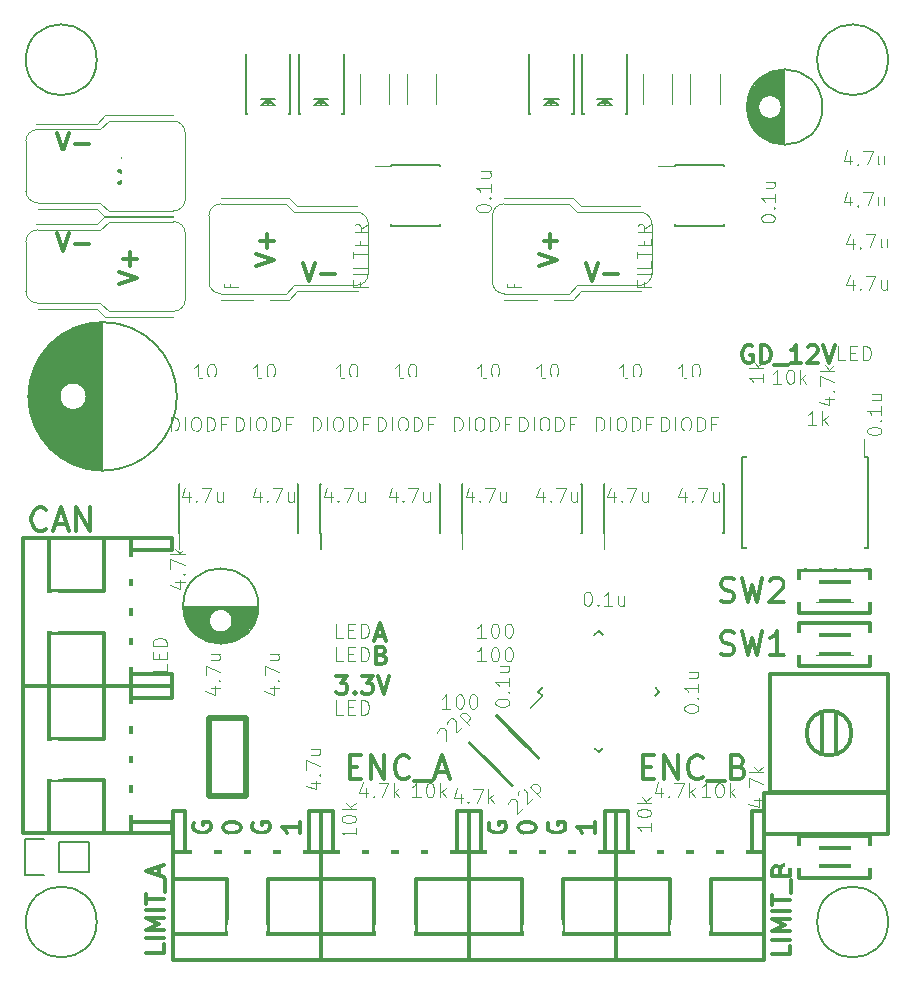
<source format=gbr>
G04 #@! TF.FileFunction,Legend,Top*
%FSLAX46Y46*%
G04 Gerber Fmt 4.6, Leading zero omitted, Abs format (unit mm)*
G04 Created by KiCad (PCBNEW 4.0.6) date 04/14/17 18:59:24*
%MOMM*%
%LPD*%
G01*
G04 APERTURE LIST*
%ADD10C,0.100000*%
%ADD11C,0.200000*%
%ADD12C,0.375000*%
%ADD13C,0.300000*%
%ADD14C,0.150000*%
%ADD15C,0.500000*%
%ADD16C,0.101600*%
%ADD17C,0.304800*%
%ADD18O,1.900000X2.900000*%
%ADD19C,3.400000*%
%ADD20O,2.900000X1.900000*%
%ADD21C,2.100000*%
%ADD22R,2.100000X2.100000*%
%ADD23R,1.000000X1.900000*%
%ADD24C,1.700000*%
%ADD25R,1.700000X1.700000*%
%ADD26R,2.000000X2.200000*%
%ADD27R,2.432000X2.432000*%
%ADD28O,2.432000X2.432000*%
%ADD29R,1.200000X1.400000*%
%ADD30R,1.400000X1.200000*%
%ADD31R,2.200000X2.000000*%
%ADD32R,3.000000X1.900000*%
%ADD33O,1.400000X1.924000*%
%ADD34C,1.924000*%
%ADD35R,3.400000X6.900000*%
%ADD36R,6.851600X3.400000*%
%ADD37R,2.100000X1.600000*%
%ADD38R,2.100000X3.700000*%
%ADD39R,1.950000X1.000000*%
%ADD40R,3.400000X2.400000*%
%ADD41R,3.400000X5.400000*%
%ADD42R,2.900000X6.900000*%
%ADD43R,2.400000X5.900000*%
%ADD44R,5.900000X2.400000*%
%ADD45C,0.254000*%
G04 APERTURE END LIST*
D10*
D11*
X73000000Y-3000000D02*
G75*
G03X73000000Y-3000000I-3000000J0D01*
G01*
X6000000Y-3000000D02*
G75*
G03X6000000Y-3000000I-3000000J0D01*
G01*
D12*
X61500001Y-27250000D02*
X61357144Y-27178571D01*
X61142858Y-27178571D01*
X60928573Y-27250000D01*
X60785715Y-27392857D01*
X60714287Y-27535714D01*
X60642858Y-27821429D01*
X60642858Y-28035714D01*
X60714287Y-28321429D01*
X60785715Y-28464286D01*
X60928573Y-28607143D01*
X61142858Y-28678571D01*
X61285715Y-28678571D01*
X61500001Y-28607143D01*
X61571430Y-28535714D01*
X61571430Y-28035714D01*
X61285715Y-28035714D01*
X62214287Y-28678571D02*
X62214287Y-27178571D01*
X62571430Y-27178571D01*
X62785715Y-27250000D01*
X62928573Y-27392857D01*
X63000001Y-27535714D01*
X63071430Y-27821429D01*
X63071430Y-28035714D01*
X63000001Y-28321429D01*
X62928573Y-28464286D01*
X62785715Y-28607143D01*
X62571430Y-28678571D01*
X62214287Y-28678571D01*
X63357144Y-28821429D02*
X64500001Y-28821429D01*
X65642858Y-28678571D02*
X64785715Y-28678571D01*
X65214287Y-28678571D02*
X65214287Y-27178571D01*
X65071430Y-27392857D01*
X64928572Y-27535714D01*
X64785715Y-27607143D01*
X66214286Y-27321429D02*
X66285715Y-27250000D01*
X66428572Y-27178571D01*
X66785715Y-27178571D01*
X66928572Y-27250000D01*
X67000001Y-27321429D01*
X67071429Y-27464286D01*
X67071429Y-27607143D01*
X67000001Y-27821429D01*
X66142858Y-28678571D01*
X67071429Y-28678571D01*
X67500000Y-27178571D02*
X68000000Y-28678571D01*
X68500000Y-27178571D01*
X26285715Y-55178571D02*
X27214286Y-55178571D01*
X26714286Y-55750000D01*
X26928572Y-55750000D01*
X27071429Y-55821429D01*
X27142858Y-55892857D01*
X27214286Y-56035714D01*
X27214286Y-56392857D01*
X27142858Y-56535714D01*
X27071429Y-56607143D01*
X26928572Y-56678571D01*
X26500000Y-56678571D01*
X26357143Y-56607143D01*
X26285715Y-56535714D01*
X27857143Y-56535714D02*
X27928571Y-56607143D01*
X27857143Y-56678571D01*
X27785714Y-56607143D01*
X27857143Y-56535714D01*
X27857143Y-56678571D01*
X28428572Y-55178571D02*
X29357143Y-55178571D01*
X28857143Y-55750000D01*
X29071429Y-55750000D01*
X29214286Y-55821429D01*
X29285715Y-55892857D01*
X29357143Y-56035714D01*
X29357143Y-56392857D01*
X29285715Y-56535714D01*
X29214286Y-56607143D01*
X29071429Y-56678571D01*
X28642857Y-56678571D01*
X28500000Y-56607143D01*
X28428572Y-56535714D01*
X29785714Y-55178571D02*
X30285714Y-56678571D01*
X30785714Y-55178571D01*
X30107143Y-53392857D02*
X30321429Y-53464286D01*
X30392857Y-53535714D01*
X30464286Y-53678571D01*
X30464286Y-53892857D01*
X30392857Y-54035714D01*
X30321429Y-54107143D01*
X30178571Y-54178571D01*
X29607143Y-54178571D01*
X29607143Y-52678571D01*
X30107143Y-52678571D01*
X30250000Y-52750000D01*
X30321429Y-52821429D01*
X30392857Y-52964286D01*
X30392857Y-53107143D01*
X30321429Y-53250000D01*
X30250000Y-53321429D01*
X30107143Y-53392857D01*
X29607143Y-53392857D01*
X29642857Y-51750000D02*
X30357143Y-51750000D01*
X29500000Y-52178571D02*
X30000000Y-50678571D01*
X30500000Y-52178571D01*
X58833333Y-48809524D02*
X59119048Y-48904762D01*
X59595238Y-48904762D01*
X59785714Y-48809524D01*
X59880952Y-48714286D01*
X59976191Y-48523810D01*
X59976191Y-48333333D01*
X59880952Y-48142857D01*
X59785714Y-48047619D01*
X59595238Y-47952381D01*
X59214286Y-47857143D01*
X59023810Y-47761905D01*
X58928571Y-47666667D01*
X58833333Y-47476190D01*
X58833333Y-47285714D01*
X58928571Y-47095238D01*
X59023810Y-47000000D01*
X59214286Y-46904762D01*
X59690476Y-46904762D01*
X59976191Y-47000000D01*
X60642857Y-46904762D02*
X61119048Y-48904762D01*
X61500000Y-47476190D01*
X61880953Y-48904762D01*
X62357143Y-46904762D01*
X63023809Y-47095238D02*
X63119047Y-47000000D01*
X63309524Y-46904762D01*
X63785714Y-46904762D01*
X63976190Y-47000000D01*
X64071428Y-47095238D01*
X64166667Y-47285714D01*
X64166667Y-47476190D01*
X64071428Y-47761905D01*
X62928571Y-48904762D01*
X64166667Y-48904762D01*
X58833333Y-53309524D02*
X59119048Y-53404762D01*
X59595238Y-53404762D01*
X59785714Y-53309524D01*
X59880952Y-53214286D01*
X59976191Y-53023810D01*
X59976191Y-52833333D01*
X59880952Y-52642857D01*
X59785714Y-52547619D01*
X59595238Y-52452381D01*
X59214286Y-52357143D01*
X59023810Y-52261905D01*
X58928571Y-52166667D01*
X58833333Y-51976190D01*
X58833333Y-51785714D01*
X58928571Y-51595238D01*
X59023810Y-51500000D01*
X59214286Y-51404762D01*
X59690476Y-51404762D01*
X59976191Y-51500000D01*
X60642857Y-51404762D02*
X61119048Y-53404762D01*
X61500000Y-51976190D01*
X61880953Y-53404762D01*
X62357143Y-51404762D01*
X64166667Y-53404762D02*
X63023809Y-53404762D01*
X63595238Y-53404762D02*
X63595238Y-51404762D01*
X63404762Y-51690476D01*
X63214286Y-51880952D01*
X63023809Y-51976190D01*
X1714286Y-42714286D02*
X1619048Y-42809524D01*
X1333333Y-42904762D01*
X1142857Y-42904762D01*
X857143Y-42809524D01*
X666667Y-42619048D01*
X571428Y-42428571D01*
X476190Y-42047619D01*
X476190Y-41761905D01*
X571428Y-41380952D01*
X666667Y-41190476D01*
X857143Y-41000000D01*
X1142857Y-40904762D01*
X1333333Y-40904762D01*
X1619048Y-41000000D01*
X1714286Y-41095238D01*
X2476190Y-42333333D02*
X3428571Y-42333333D01*
X2285714Y-42904762D02*
X2952381Y-40904762D01*
X3619048Y-42904762D01*
X4285714Y-42904762D02*
X4285714Y-40904762D01*
X5428572Y-42904762D01*
X5428572Y-40904762D01*
X14250000Y-67607143D02*
X14178571Y-67750000D01*
X14178571Y-67964286D01*
X14250000Y-68178571D01*
X14392857Y-68321429D01*
X14535714Y-68392857D01*
X14821429Y-68464286D01*
X15035714Y-68464286D01*
X15321429Y-68392857D01*
X15464286Y-68321429D01*
X15607143Y-68178571D01*
X15678571Y-67964286D01*
X15678571Y-67821429D01*
X15607143Y-67607143D01*
X15535714Y-67535714D01*
X15035714Y-67535714D01*
X15035714Y-67821429D01*
X19250000Y-67607143D02*
X19178571Y-67750000D01*
X19178571Y-67964286D01*
X19250000Y-68178571D01*
X19392857Y-68321429D01*
X19535714Y-68392857D01*
X19821429Y-68464286D01*
X20035714Y-68464286D01*
X20321429Y-68392857D01*
X20464286Y-68321429D01*
X20607143Y-68178571D01*
X20678571Y-67964286D01*
X20678571Y-67821429D01*
X20607143Y-67607143D01*
X20535714Y-67535714D01*
X20035714Y-67535714D01*
X20035714Y-67821429D01*
X39250000Y-67607143D02*
X39178571Y-67750000D01*
X39178571Y-67964286D01*
X39250000Y-68178571D01*
X39392857Y-68321429D01*
X39535714Y-68392857D01*
X39821429Y-68464286D01*
X40035714Y-68464286D01*
X40321429Y-68392857D01*
X40464286Y-68321429D01*
X40607143Y-68178571D01*
X40678571Y-67964286D01*
X40678571Y-67821429D01*
X40607143Y-67607143D01*
X40535714Y-67535714D01*
X40035714Y-67535714D01*
X40035714Y-67821429D01*
X44250000Y-67607143D02*
X44178571Y-67750000D01*
X44178571Y-67964286D01*
X44250000Y-68178571D01*
X44392857Y-68321429D01*
X44535714Y-68392857D01*
X44821429Y-68464286D01*
X45035714Y-68464286D01*
X45321429Y-68392857D01*
X45464286Y-68321429D01*
X45607143Y-68178571D01*
X45678571Y-67964286D01*
X45678571Y-67821429D01*
X45607143Y-67607143D01*
X45535714Y-67535714D01*
X45035714Y-67535714D01*
X45035714Y-67821429D01*
X48178571Y-67571428D02*
X48178571Y-68428571D01*
X48178571Y-67999999D02*
X46678571Y-67999999D01*
X46892857Y-68142856D01*
X47035714Y-68285714D01*
X47107143Y-68428571D01*
X41678571Y-68071428D02*
X41678571Y-67928571D01*
X41750000Y-67785714D01*
X41821429Y-67714285D01*
X41964286Y-67642856D01*
X42250000Y-67571428D01*
X42607143Y-67571428D01*
X42892857Y-67642856D01*
X43035714Y-67714285D01*
X43107143Y-67785714D01*
X43178571Y-67928571D01*
X43178571Y-68071428D01*
X43107143Y-68214285D01*
X43035714Y-68285714D01*
X42892857Y-68357142D01*
X42607143Y-68428571D01*
X42250000Y-68428571D01*
X41964286Y-68357142D01*
X41821429Y-68285714D01*
X41750000Y-68214285D01*
X41678571Y-68071428D01*
X16678571Y-68071428D02*
X16678571Y-67928571D01*
X16750000Y-67785714D01*
X16821429Y-67714285D01*
X16964286Y-67642856D01*
X17250000Y-67571428D01*
X17607143Y-67571428D01*
X17892857Y-67642856D01*
X18035714Y-67714285D01*
X18107143Y-67785714D01*
X18178571Y-67928571D01*
X18178571Y-68071428D01*
X18107143Y-68214285D01*
X18035714Y-68285714D01*
X17892857Y-68357142D01*
X17607143Y-68428571D01*
X17250000Y-68428571D01*
X16964286Y-68357142D01*
X16821429Y-68285714D01*
X16750000Y-68214285D01*
X16678571Y-68071428D01*
X23178571Y-67571428D02*
X23178571Y-68428571D01*
X23178571Y-67999999D02*
X21678571Y-67999999D01*
X21892857Y-68142856D01*
X22035714Y-68285714D01*
X22107143Y-68428571D01*
X64678571Y-78000000D02*
X64678571Y-78714286D01*
X63178571Y-78714286D01*
X64678571Y-77500000D02*
X63178571Y-77500000D01*
X64678571Y-76785714D02*
X63178571Y-76785714D01*
X64250000Y-76285714D01*
X63178571Y-75785714D01*
X64678571Y-75785714D01*
X64678571Y-75071428D02*
X63178571Y-75071428D01*
X63178571Y-74571428D02*
X63178571Y-73714285D01*
X64678571Y-74142856D02*
X63178571Y-74142856D01*
X64821429Y-73571428D02*
X64821429Y-72428571D01*
X63892857Y-71571428D02*
X63964286Y-71357142D01*
X64035714Y-71285714D01*
X64178571Y-71214285D01*
X64392857Y-71214285D01*
X64535714Y-71285714D01*
X64607143Y-71357142D01*
X64678571Y-71500000D01*
X64678571Y-72071428D01*
X63178571Y-72071428D01*
X63178571Y-71571428D01*
X63250000Y-71428571D01*
X63321429Y-71357142D01*
X63464286Y-71285714D01*
X63607143Y-71285714D01*
X63750000Y-71357142D01*
X63821429Y-71428571D01*
X63892857Y-71571428D01*
X63892857Y-72071428D01*
X11678571Y-77892857D02*
X11678571Y-78607143D01*
X10178571Y-78607143D01*
X11678571Y-77392857D02*
X10178571Y-77392857D01*
X11678571Y-76678571D02*
X10178571Y-76678571D01*
X11250000Y-76178571D01*
X10178571Y-75678571D01*
X11678571Y-75678571D01*
X11678571Y-74964285D02*
X10178571Y-74964285D01*
X10178571Y-74464285D02*
X10178571Y-73607142D01*
X11678571Y-74035713D02*
X10178571Y-74035713D01*
X11821429Y-73464285D02*
X11821429Y-72321428D01*
X11250000Y-72035714D02*
X11250000Y-71321428D01*
X11678571Y-72178571D02*
X10178571Y-71678571D01*
X11678571Y-71178571D01*
X52261904Y-62857143D02*
X52928571Y-62857143D01*
X53214285Y-63904762D02*
X52261904Y-63904762D01*
X52261904Y-61904762D01*
X53214285Y-61904762D01*
X54071428Y-63904762D02*
X54071428Y-61904762D01*
X55214286Y-63904762D01*
X55214286Y-61904762D01*
X57309524Y-63714286D02*
X57214286Y-63809524D01*
X56928571Y-63904762D01*
X56738095Y-63904762D01*
X56452381Y-63809524D01*
X56261905Y-63619048D01*
X56166666Y-63428571D01*
X56071428Y-63047619D01*
X56071428Y-62761905D01*
X56166666Y-62380952D01*
X56261905Y-62190476D01*
X56452381Y-62000000D01*
X56738095Y-61904762D01*
X56928571Y-61904762D01*
X57214286Y-62000000D01*
X57309524Y-62095238D01*
X57690476Y-64095238D02*
X59214286Y-64095238D01*
X60357143Y-62857143D02*
X60642857Y-62952381D01*
X60738096Y-63047619D01*
X60833334Y-63238095D01*
X60833334Y-63523810D01*
X60738096Y-63714286D01*
X60642857Y-63809524D01*
X60452381Y-63904762D01*
X59690476Y-63904762D01*
X59690476Y-61904762D01*
X60357143Y-61904762D01*
X60547619Y-62000000D01*
X60642857Y-62095238D01*
X60738096Y-62285714D01*
X60738096Y-62476190D01*
X60642857Y-62666667D01*
X60547619Y-62761905D01*
X60357143Y-62857143D01*
X59690476Y-62857143D01*
X27404761Y-62857143D02*
X28071428Y-62857143D01*
X28357142Y-63904762D02*
X27404761Y-63904762D01*
X27404761Y-61904762D01*
X28357142Y-61904762D01*
X29214285Y-63904762D02*
X29214285Y-61904762D01*
X30357143Y-63904762D01*
X30357143Y-61904762D01*
X32452381Y-63714286D02*
X32357143Y-63809524D01*
X32071428Y-63904762D01*
X31880952Y-63904762D01*
X31595238Y-63809524D01*
X31404762Y-63619048D01*
X31309523Y-63428571D01*
X31214285Y-63047619D01*
X31214285Y-62761905D01*
X31309523Y-62380952D01*
X31404762Y-62190476D01*
X31595238Y-62000000D01*
X31880952Y-61904762D01*
X32071428Y-61904762D01*
X32357143Y-62000000D01*
X32452381Y-62095238D01*
X32833333Y-64095238D02*
X34357143Y-64095238D01*
X34738095Y-63333333D02*
X35690476Y-63333333D01*
X34547619Y-63904762D02*
X35214286Y-61904762D01*
X35880953Y-63904762D01*
D11*
X6000000Y-76000000D02*
G75*
G03X6000000Y-76000000I-3000000J0D01*
G01*
X73000000Y-76000000D02*
G75*
G03X73000000Y-76000000I-3000000J0D01*
G01*
D13*
X62500000Y-79200000D02*
X50000000Y-79200000D01*
X62500000Y-66600000D02*
X62500000Y-79200000D01*
X61500000Y-70100000D02*
X61500000Y-66600000D01*
X61500000Y-66600000D02*
X62500000Y-66600000D01*
X50000000Y-70100000D02*
X62500000Y-70100000D01*
X58000000Y-72400000D02*
X58000000Y-77000000D01*
X58000000Y-72400000D02*
X62500000Y-72400000D01*
X54500000Y-77000000D02*
X54500000Y-72400000D01*
X54500000Y-72400000D02*
X50000000Y-72400000D01*
X50000000Y-77000000D02*
X62500000Y-77000000D01*
X50000000Y-66600000D02*
X50000000Y-79200000D01*
X50000000Y-66600000D02*
X51000000Y-66600000D01*
X51000000Y-66600000D02*
X51000000Y-70100000D01*
X25000000Y-79200000D02*
X12500000Y-79200000D01*
X25000000Y-66600000D02*
X25000000Y-79200000D01*
X24000000Y-70100000D02*
X24000000Y-66600000D01*
X24000000Y-66600000D02*
X25000000Y-66600000D01*
X12500000Y-70100000D02*
X25000000Y-70100000D01*
X20500000Y-72400000D02*
X20500000Y-77000000D01*
X20500000Y-72400000D02*
X25000000Y-72400000D01*
X17000000Y-77000000D02*
X17000000Y-72400000D01*
X17000000Y-72400000D02*
X12500000Y-72400000D01*
X12500000Y-77000000D02*
X25000000Y-77000000D01*
X12500000Y-66600000D02*
X12500000Y-79200000D01*
X12500000Y-66600000D02*
X13500000Y-66600000D01*
X13500000Y-66600000D02*
X13500000Y-70100000D01*
X-200000Y-68500000D02*
X-200000Y-56000000D01*
X12400000Y-68500000D02*
X-200000Y-68500000D01*
X8900000Y-67500000D02*
X12400000Y-67500000D01*
X12400000Y-67500000D02*
X12400000Y-68500000D01*
X8900000Y-56000000D02*
X8900000Y-68500000D01*
X6600000Y-64000000D02*
X2000000Y-64000000D01*
X6600000Y-64000000D02*
X6600000Y-68500000D01*
X2000000Y-60500000D02*
X6600000Y-60500000D01*
X6600000Y-60500000D02*
X6600000Y-56000000D01*
X2000000Y-56000000D02*
X2000000Y-68500000D01*
X12400000Y-56000000D02*
X-200000Y-56000000D01*
X12400000Y-56000000D02*
X12400000Y-57000000D01*
X12400000Y-57000000D02*
X8900000Y-57000000D01*
D14*
X6425000Y-37750000D02*
X6425000Y-25250000D01*
X6285000Y-37746000D02*
X6285000Y-25254000D01*
X6145000Y-37740000D02*
X6145000Y-25260000D01*
X6005000Y-37730000D02*
X6005000Y-25270000D01*
X5865000Y-37718000D02*
X5865000Y-25282000D01*
X5725000Y-37702000D02*
X5725000Y-25298000D01*
X5585000Y-37683000D02*
X5585000Y-25317000D01*
X5445000Y-37660000D02*
X5445000Y-25340000D01*
X5305000Y-37635000D02*
X5305000Y-25365000D01*
X5165000Y-37606000D02*
X5165000Y-25394000D01*
X5025000Y-37573000D02*
X5025000Y-32021000D01*
X5025000Y-30979000D02*
X5025000Y-25427000D01*
X4885000Y-37538000D02*
X4885000Y-32234000D01*
X4885000Y-30766000D02*
X4885000Y-25462000D01*
X4745000Y-37499000D02*
X4745000Y-32376000D01*
X4745000Y-30624000D02*
X4745000Y-25501000D01*
X4605000Y-37456000D02*
X4605000Y-32478000D01*
X4605000Y-30522000D02*
X4605000Y-25544000D01*
X4465000Y-37409000D02*
X4465000Y-32552000D01*
X4465000Y-30448000D02*
X4465000Y-25591000D01*
X4325000Y-37359000D02*
X4325000Y-32603000D01*
X4325000Y-30397000D02*
X4325000Y-25641000D01*
X4185000Y-37305000D02*
X4185000Y-32635000D01*
X4185000Y-30365000D02*
X4185000Y-25695000D01*
X4045000Y-37248000D02*
X4045000Y-32649000D01*
X4045000Y-30351000D02*
X4045000Y-25752000D01*
X3905000Y-37186000D02*
X3905000Y-32646000D01*
X3905000Y-30354000D02*
X3905000Y-25814000D01*
X3765000Y-37120000D02*
X3765000Y-32626000D01*
X3765000Y-30374000D02*
X3765000Y-25880000D01*
X3625000Y-37049000D02*
X3625000Y-32587000D01*
X3625000Y-30413000D02*
X3625000Y-25951000D01*
X3485000Y-36975000D02*
X3485000Y-32528000D01*
X3485000Y-30472000D02*
X3485000Y-26025000D01*
X3345000Y-36895000D02*
X3345000Y-32445000D01*
X3345000Y-30555000D02*
X3345000Y-26105000D01*
X3205000Y-36811000D02*
X3205000Y-32331000D01*
X3205000Y-30669000D02*
X3205000Y-26189000D01*
X3065000Y-36721000D02*
X3065000Y-32170000D01*
X3065000Y-30830000D02*
X3065000Y-26279000D01*
X2925000Y-36627000D02*
X2925000Y-31909000D01*
X2925000Y-31091000D02*
X2925000Y-26373000D01*
X2785000Y-36526000D02*
X2785000Y-26474000D01*
X2645000Y-36419000D02*
X2645000Y-26581000D01*
X2505000Y-36307000D02*
X2505000Y-26693000D01*
X2365000Y-36187000D02*
X2365000Y-26813000D01*
X2225000Y-36059000D02*
X2225000Y-26941000D01*
X2085000Y-35924000D02*
X2085000Y-27076000D01*
X1945000Y-35780000D02*
X1945000Y-27220000D01*
X1805000Y-35625000D02*
X1805000Y-27375000D01*
X1665000Y-35460000D02*
X1665000Y-27540000D01*
X1525000Y-35283000D02*
X1525000Y-27717000D01*
X1385000Y-35092000D02*
X1385000Y-27908000D01*
X1245000Y-34883000D02*
X1245000Y-28117000D01*
X1105000Y-34655000D02*
X1105000Y-28345000D01*
X965000Y-34403000D02*
X965000Y-28597000D01*
X825000Y-34119000D02*
X825000Y-28881000D01*
X685000Y-33791000D02*
X685000Y-29209000D01*
X545000Y-33397000D02*
X545000Y-29603000D01*
X405000Y-32883000D02*
X405000Y-30117000D01*
X265000Y-31933000D02*
X265000Y-31067000D01*
X5150000Y-31500000D02*
G75*
G03X5150000Y-31500000I-1150000J0D01*
G01*
X12787500Y-31500000D02*
G75*
G03X12787500Y-31500000I-6287500J0D01*
G01*
X24925000Y-43075000D02*
X25030000Y-43075000D01*
X24925000Y-38925000D02*
X25030000Y-38925000D01*
X35075000Y-38925000D02*
X34970000Y-38925000D01*
X35075000Y-43075000D02*
X34970000Y-43075000D01*
X24925000Y-43075000D02*
X24925000Y-38925000D01*
X35075000Y-43075000D02*
X35075000Y-38925000D01*
X25030000Y-43075000D02*
X25030000Y-44450000D01*
X43373476Y-56500000D02*
X43744707Y-56871231D01*
X48500000Y-51373476D02*
X48871231Y-51744707D01*
X53626524Y-56500000D02*
X53255293Y-56128769D01*
X48500000Y-61626524D02*
X48128769Y-61255293D01*
X43373476Y-56500000D02*
X43744707Y-56128769D01*
X48500000Y-61626524D02*
X48871231Y-61255293D01*
X53626524Y-56500000D02*
X53255293Y-56871231D01*
X48500000Y-51373476D02*
X48128769Y-51744707D01*
X43744707Y-56871231D02*
X42772435Y-57843503D01*
X19649000Y-49325000D02*
X13351000Y-49325000D01*
X19643000Y-49465000D02*
X13357000Y-49465000D01*
X19630000Y-49605000D02*
X16946000Y-49605000D01*
X16054000Y-49605000D02*
X13370000Y-49605000D01*
X19611000Y-49745000D02*
X17156000Y-49745000D01*
X15844000Y-49745000D02*
X13389000Y-49745000D01*
X19585000Y-49885000D02*
X17289000Y-49885000D01*
X15711000Y-49885000D02*
X13415000Y-49885000D01*
X19553000Y-50025000D02*
X17380000Y-50025000D01*
X15620000Y-50025000D02*
X13447000Y-50025000D01*
X19514000Y-50165000D02*
X17442000Y-50165000D01*
X15558000Y-50165000D02*
X13486000Y-50165000D01*
X19468000Y-50305000D02*
X17481000Y-50305000D01*
X15519000Y-50305000D02*
X13532000Y-50305000D01*
X19415000Y-50445000D02*
X17498000Y-50445000D01*
X15502000Y-50445000D02*
X13585000Y-50445000D01*
X19353000Y-50585000D02*
X17496000Y-50585000D01*
X15504000Y-50585000D02*
X13647000Y-50585000D01*
X19283000Y-50725000D02*
X17474000Y-50725000D01*
X15526000Y-50725000D02*
X13717000Y-50725000D01*
X19204000Y-50865000D02*
X17431000Y-50865000D01*
X15569000Y-50865000D02*
X13796000Y-50865000D01*
X19116000Y-51005000D02*
X17363000Y-51005000D01*
X15637000Y-51005000D02*
X13884000Y-51005000D01*
X19016000Y-51145000D02*
X17264000Y-51145000D01*
X15736000Y-51145000D02*
X13984000Y-51145000D01*
X18904000Y-51285000D02*
X17119000Y-51285000D01*
X15881000Y-51285000D02*
X14096000Y-51285000D01*
X18779000Y-51425000D02*
X16880000Y-51425000D01*
X16120000Y-51425000D02*
X14221000Y-51425000D01*
X18636000Y-51565000D02*
X14364000Y-51565000D01*
X18474000Y-51705000D02*
X14526000Y-51705000D01*
X18286000Y-51845000D02*
X14714000Y-51845000D01*
X18063000Y-51985000D02*
X14937000Y-51985000D01*
X17787000Y-52125000D02*
X15213000Y-52125000D01*
X17412000Y-52265000D02*
X15588000Y-52265000D01*
X17500000Y-50500000D02*
G75*
G03X17500000Y-50500000I-1000000J0D01*
G01*
X19687500Y-49250000D02*
G75*
G03X19687500Y-49250000I-3187500J0D01*
G01*
X2770000Y-69230000D02*
X5310000Y-69230000D01*
X-50000Y-68950000D02*
X1500000Y-68950000D01*
X2770000Y-69230000D02*
X2770000Y-71770000D01*
X1500000Y-72050000D02*
X-50000Y-72050000D01*
X-50000Y-72050000D02*
X-50000Y-68950000D01*
X2770000Y-71770000D02*
X5310000Y-71770000D01*
X5310000Y-71770000D02*
X5310000Y-69230000D01*
X12925000Y-43075000D02*
X13030000Y-43075000D01*
X12925000Y-38925000D02*
X13030000Y-38925000D01*
X23075000Y-38925000D02*
X22970000Y-38925000D01*
X23075000Y-43075000D02*
X22970000Y-43075000D01*
X12925000Y-43075000D02*
X12925000Y-38925000D01*
X23075000Y-43075000D02*
X23075000Y-38925000D01*
X13030000Y-43075000D02*
X13030000Y-44450000D01*
X48925000Y-43075000D02*
X49030000Y-43075000D01*
X48925000Y-38925000D02*
X49030000Y-38925000D01*
X59075000Y-38925000D02*
X58970000Y-38925000D01*
X59075000Y-43075000D02*
X58970000Y-43075000D01*
X48925000Y-43075000D02*
X48925000Y-38925000D01*
X59075000Y-43075000D02*
X59075000Y-38925000D01*
X49030000Y-43075000D02*
X49030000Y-44450000D01*
X36925000Y-43075000D02*
X37030000Y-43075000D01*
X36925000Y-38925000D02*
X37030000Y-38925000D01*
X47075000Y-38925000D02*
X46970000Y-38925000D01*
X47075000Y-43075000D02*
X46970000Y-43075000D01*
X36925000Y-43075000D02*
X36925000Y-38925000D01*
X47075000Y-43075000D02*
X47075000Y-38925000D01*
X37030000Y-43075000D02*
X37030000Y-44450000D01*
D13*
X70000000Y-69700000D02*
X67000000Y-69700000D01*
X67000000Y-69700000D02*
X67000000Y-71300000D01*
X67000000Y-71300000D02*
X70000000Y-71300000D01*
X70000000Y-71300000D02*
X70000000Y-69700000D01*
X71500000Y-68700000D02*
X65500000Y-68700000D01*
X65500000Y-68700000D02*
X65500000Y-72300000D01*
X65500000Y-72300000D02*
X71500000Y-72300000D01*
X71500000Y-72300000D02*
X71500000Y-68700000D01*
X70000000Y-51700000D02*
X67000000Y-51700000D01*
X67000000Y-51700000D02*
X67000000Y-53300000D01*
X67000000Y-53300000D02*
X70000000Y-53300000D01*
X70000000Y-53300000D02*
X70000000Y-51700000D01*
X71500000Y-50700000D02*
X65500000Y-50700000D01*
X65500000Y-50700000D02*
X65500000Y-54300000D01*
X65500000Y-54300000D02*
X71500000Y-54300000D01*
X71500000Y-54300000D02*
X71500000Y-50700000D01*
X70000000Y-47200000D02*
X67000000Y-47200000D01*
X67000000Y-47200000D02*
X67000000Y-48800000D01*
X67000000Y-48800000D02*
X70000000Y-48800000D01*
X70000000Y-48800000D02*
X70000000Y-47200000D01*
X71500000Y-46200000D02*
X65500000Y-46200000D01*
X65500000Y-46200000D02*
X65500000Y-49800000D01*
X65500000Y-49800000D02*
X71500000Y-49800000D01*
X71500000Y-49800000D02*
X71500000Y-46200000D01*
X73000000Y-68550000D02*
X62500000Y-68550000D01*
X62500000Y-68550000D02*
X62500000Y-65050000D01*
X62500000Y-65050000D02*
X73000000Y-65050000D01*
X73000000Y-65050000D02*
X73000000Y-68550000D01*
X69900000Y-60000000D02*
G75*
G03X69900000Y-60000000I-1900000J0D01*
G01*
X68600000Y-61800000D02*
X68600000Y-58300000D01*
X67400000Y-61800000D02*
X67400000Y-58200000D01*
X63000000Y-65000000D02*
X63000000Y-55000000D01*
X63000000Y-55000000D02*
X73000000Y-55000000D01*
X73000000Y-55000000D02*
X73000000Y-65000000D01*
X73000000Y-65000000D02*
X63000000Y-65000000D01*
X37600862Y-60863604D02*
X41136396Y-64399138D01*
X39863604Y-58600862D02*
X43399138Y-62136396D01*
X-200000Y-56000000D02*
X-200000Y-43500000D01*
X12400000Y-56000000D02*
X-200000Y-56000000D01*
X8900000Y-55000000D02*
X12400000Y-55000000D01*
X12400000Y-55000000D02*
X12400000Y-56000000D01*
X8900000Y-43500000D02*
X8900000Y-56000000D01*
X6600000Y-51500000D02*
X2000000Y-51500000D01*
X6600000Y-51500000D02*
X6600000Y-56000000D01*
X2000000Y-48000000D02*
X6600000Y-48000000D01*
X6600000Y-48000000D02*
X6600000Y-43500000D01*
X2000000Y-43500000D02*
X2000000Y-56000000D01*
X12400000Y-43500000D02*
X-200000Y-43500000D01*
X12400000Y-43500000D02*
X12400000Y-44500000D01*
X12400000Y-44500000D02*
X8900000Y-44500000D01*
D10*
X12500000Y-16300000D02*
X6700000Y-16300000D01*
X1000000Y-15600000D02*
X6000000Y-15600000D01*
X900000Y-8400000D02*
X6000000Y-8400000D01*
X12500000Y-7700000D02*
X6700000Y-7700000D01*
X12500000Y-8200000D02*
X7000000Y-8200000D01*
X13500000Y-14800000D02*
X13500000Y-9200000D01*
X7000000Y-15800000D02*
X12500000Y-15800000D01*
X1000000Y-15100000D02*
X6300000Y-15100000D01*
X1000000Y-8900000D02*
X6300000Y-8900000D01*
X0Y-14100000D02*
X0Y-9900000D01*
X0Y-14100000D02*
G75*
G03X1000000Y-15100000I1000000J0D01*
G01*
X1000000Y-8900000D02*
G75*
G03X0Y-9900000I0J-1000000D01*
G01*
X12500000Y-15800000D02*
G75*
G03X13500000Y-14800000I0J1000000D01*
G01*
X13500000Y-9200000D02*
G75*
G03X12500000Y-8200000I-1000000J0D01*
G01*
X6700000Y-7700000D02*
X6000000Y-8400000D01*
X6700000Y-16300000D02*
X6000000Y-15600000D01*
X7000000Y-15800000D02*
X6300000Y-15100000D01*
X7000000Y-8200000D02*
X6300000Y-8900000D01*
D15*
X15500000Y-58700000D02*
X18600000Y-58700000D01*
X15500000Y-65300000D02*
X18600000Y-65300000D01*
X18600000Y-65300000D02*
X18600000Y-58700000D01*
X15500000Y-65300000D02*
X15500000Y-58700000D01*
D13*
X37500000Y-79200000D02*
X25000000Y-79200000D01*
X37500000Y-66600000D02*
X37500000Y-79200000D01*
X36500000Y-70100000D02*
X36500000Y-66600000D01*
X36500000Y-66600000D02*
X37500000Y-66600000D01*
X25000000Y-70100000D02*
X37500000Y-70100000D01*
X33000000Y-72400000D02*
X33000000Y-77000000D01*
X33000000Y-72400000D02*
X37500000Y-72400000D01*
X29500000Y-77000000D02*
X29500000Y-72400000D01*
X29500000Y-72400000D02*
X25000000Y-72400000D01*
X25000000Y-77000000D02*
X37500000Y-77000000D01*
X25000000Y-66600000D02*
X25000000Y-79200000D01*
X25000000Y-66600000D02*
X26000000Y-66600000D01*
X26000000Y-66600000D02*
X26000000Y-70100000D01*
D14*
X64175000Y-10149000D02*
X64175000Y-3851000D01*
X64035000Y-10143000D02*
X64035000Y-3857000D01*
X63895000Y-10130000D02*
X63895000Y-7446000D01*
X63895000Y-6554000D02*
X63895000Y-3870000D01*
X63755000Y-10111000D02*
X63755000Y-7656000D01*
X63755000Y-6344000D02*
X63755000Y-3889000D01*
X63615000Y-10085000D02*
X63615000Y-7789000D01*
X63615000Y-6211000D02*
X63615000Y-3915000D01*
X63475000Y-10053000D02*
X63475000Y-7880000D01*
X63475000Y-6120000D02*
X63475000Y-3947000D01*
X63335000Y-10014000D02*
X63335000Y-7942000D01*
X63335000Y-6058000D02*
X63335000Y-3986000D01*
X63195000Y-9968000D02*
X63195000Y-7981000D01*
X63195000Y-6019000D02*
X63195000Y-4032000D01*
X63055000Y-9915000D02*
X63055000Y-7998000D01*
X63055000Y-6002000D02*
X63055000Y-4085000D01*
X62915000Y-9853000D02*
X62915000Y-7996000D01*
X62915000Y-6004000D02*
X62915000Y-4147000D01*
X62775000Y-9783000D02*
X62775000Y-7974000D01*
X62775000Y-6026000D02*
X62775000Y-4217000D01*
X62635000Y-9704000D02*
X62635000Y-7931000D01*
X62635000Y-6069000D02*
X62635000Y-4296000D01*
X62495000Y-9616000D02*
X62495000Y-7863000D01*
X62495000Y-6137000D02*
X62495000Y-4384000D01*
X62355000Y-9516000D02*
X62355000Y-7764000D01*
X62355000Y-6236000D02*
X62355000Y-4484000D01*
X62215000Y-9404000D02*
X62215000Y-7619000D01*
X62215000Y-6381000D02*
X62215000Y-4596000D01*
X62075000Y-9279000D02*
X62075000Y-7380000D01*
X62075000Y-6620000D02*
X62075000Y-4721000D01*
X61935000Y-9136000D02*
X61935000Y-4864000D01*
X61795000Y-8974000D02*
X61795000Y-5026000D01*
X61655000Y-8786000D02*
X61655000Y-5214000D01*
X61515000Y-8563000D02*
X61515000Y-5437000D01*
X61375000Y-8287000D02*
X61375000Y-5713000D01*
X61235000Y-7912000D02*
X61235000Y-6088000D01*
X64000000Y-7000000D02*
G75*
G03X64000000Y-7000000I-1000000J0D01*
G01*
X67437500Y-7000000D02*
G75*
G03X67437500Y-7000000I-3187500J0D01*
G01*
X71325000Y-36625000D02*
X70970000Y-36625000D01*
X71325000Y-44375000D02*
X70970000Y-44375000D01*
X60675000Y-44375000D02*
X61030000Y-44375000D01*
X60675000Y-36625000D02*
X61030000Y-36625000D01*
X71325000Y-36625000D02*
X71325000Y-44375000D01*
X60675000Y-36625000D02*
X60675000Y-44375000D01*
X70970000Y-36625000D02*
X70970000Y-35100000D01*
X54925000Y-11925000D02*
X54925000Y-12070000D01*
X59075000Y-11925000D02*
X59075000Y-12070000D01*
X59075000Y-17075000D02*
X59075000Y-16930000D01*
X54925000Y-17075000D02*
X54925000Y-16930000D01*
X54925000Y-11925000D02*
X59075000Y-11925000D01*
X54925000Y-17075000D02*
X59075000Y-17075000D01*
X54925000Y-12070000D02*
X53525000Y-12070000D01*
X30925000Y-11925000D02*
X30925000Y-12070000D01*
X35075000Y-11925000D02*
X35075000Y-12070000D01*
X35075000Y-17075000D02*
X35075000Y-16930000D01*
X30925000Y-17075000D02*
X30925000Y-16930000D01*
X30925000Y-11925000D02*
X35075000Y-11925000D01*
X30925000Y-17075000D02*
X35075000Y-17075000D01*
X30925000Y-12070000D02*
X29525000Y-12070000D01*
D13*
X50000000Y-79200000D02*
X37500000Y-79200000D01*
X50000000Y-66600000D02*
X50000000Y-79200000D01*
X49000000Y-70100000D02*
X49000000Y-66600000D01*
X49000000Y-66600000D02*
X50000000Y-66600000D01*
X37500000Y-70100000D02*
X50000000Y-70100000D01*
X45500000Y-72400000D02*
X45500000Y-77000000D01*
X45500000Y-72400000D02*
X50000000Y-72400000D01*
X42000000Y-77000000D02*
X42000000Y-72400000D01*
X42000000Y-72400000D02*
X37500000Y-72400000D01*
X37500000Y-77000000D02*
X50000000Y-77000000D01*
X37500000Y-66600000D02*
X37500000Y-79200000D01*
X37500000Y-66600000D02*
X38500000Y-66600000D01*
X38500000Y-66600000D02*
X38500000Y-70100000D01*
D10*
X52250000Y-8000000D02*
X54750000Y-8000000D01*
X54750000Y-8000000D02*
X54750000Y-3000000D01*
X54750000Y-3000000D02*
X52250000Y-3000000D01*
X52250000Y-3000000D02*
X52250000Y-8000000D01*
X28250000Y-8000000D02*
X30750000Y-8000000D01*
X30750000Y-8000000D02*
X30750000Y-3000000D01*
X30750000Y-3000000D02*
X28250000Y-3000000D01*
X28250000Y-3000000D02*
X28250000Y-8000000D01*
X56250000Y-8000000D02*
X58750000Y-8000000D01*
X58750000Y-8000000D02*
X58750000Y-3000000D01*
X58750000Y-3000000D02*
X56250000Y-3000000D01*
X56250000Y-3000000D02*
X56250000Y-8000000D01*
X32250000Y-8000000D02*
X34750000Y-8000000D01*
X34750000Y-8000000D02*
X34750000Y-3000000D01*
X34750000Y-3000000D02*
X32250000Y-3000000D01*
X32250000Y-3000000D02*
X32250000Y-8000000D01*
D11*
X50900000Y-7600000D02*
X50900000Y-2000000D01*
X50900000Y-2000000D02*
X50600000Y-2000000D01*
X47100000Y-7600000D02*
X47100000Y-2000000D01*
X47100000Y-2000000D02*
X47400000Y-2000000D01*
X48800000Y-6600000D02*
X49200000Y-6600000D01*
X48600000Y-6700000D02*
X49400000Y-6700000D01*
X48400000Y-6300000D02*
X49600000Y-6300000D01*
X49000000Y-6300000D02*
X48400000Y-6900000D01*
X48400000Y-6900000D02*
X49600000Y-6900000D01*
X49600000Y-6900000D02*
X49000000Y-6300000D01*
X49000000Y-7000000D02*
X49000000Y-6200000D01*
X50900000Y-7600000D02*
X50600000Y-7600000D01*
X47100000Y-7600000D02*
X47400000Y-7600000D01*
X26900000Y-7600000D02*
X26900000Y-2000000D01*
X26900000Y-2000000D02*
X26600000Y-2000000D01*
X23100000Y-7600000D02*
X23100000Y-2000000D01*
X23100000Y-2000000D02*
X23400000Y-2000000D01*
X24800000Y-6600000D02*
X25200000Y-6600000D01*
X24600000Y-6700000D02*
X25400000Y-6700000D01*
X24400000Y-6300000D02*
X25600000Y-6300000D01*
X25000000Y-6300000D02*
X24400000Y-6900000D01*
X24400000Y-6900000D02*
X25600000Y-6900000D01*
X25600000Y-6900000D02*
X25000000Y-6300000D01*
X25000000Y-7000000D02*
X25000000Y-6200000D01*
X26900000Y-7600000D02*
X26600000Y-7600000D01*
X23100000Y-7600000D02*
X23400000Y-7600000D01*
X46400000Y-7600000D02*
X46400000Y-2000000D01*
X46400000Y-2000000D02*
X46100000Y-2000000D01*
X42600000Y-7600000D02*
X42600000Y-2000000D01*
X42600000Y-2000000D02*
X42900000Y-2000000D01*
X44300000Y-6600000D02*
X44700000Y-6600000D01*
X44100000Y-6700000D02*
X44900000Y-6700000D01*
X43900000Y-6300000D02*
X45100000Y-6300000D01*
X44500000Y-6300000D02*
X43900000Y-6900000D01*
X43900000Y-6900000D02*
X45100000Y-6900000D01*
X45100000Y-6900000D02*
X44500000Y-6300000D01*
X44500000Y-7000000D02*
X44500000Y-6200000D01*
X46400000Y-7600000D02*
X46100000Y-7600000D01*
X42600000Y-7600000D02*
X42900000Y-7600000D01*
X22400000Y-7600000D02*
X22400000Y-2000000D01*
X22400000Y-2000000D02*
X22100000Y-2000000D01*
X18600000Y-7600000D02*
X18600000Y-2000000D01*
X18600000Y-2000000D02*
X18900000Y-2000000D01*
X20300000Y-6600000D02*
X20700000Y-6600000D01*
X20100000Y-6700000D02*
X20900000Y-6700000D01*
X19900000Y-6300000D02*
X21100000Y-6300000D01*
X20500000Y-6300000D02*
X19900000Y-6900000D01*
X19900000Y-6900000D02*
X21100000Y-6900000D01*
X21100000Y-6900000D02*
X20500000Y-6300000D01*
X20500000Y-7000000D02*
X20500000Y-6200000D01*
X22400000Y-7600000D02*
X22100000Y-7600000D01*
X18600000Y-7600000D02*
X18900000Y-7600000D01*
D10*
X12500000Y-24800000D02*
X6700000Y-24800000D01*
X1000000Y-24100000D02*
X6000000Y-24100000D01*
X900000Y-16900000D02*
X6000000Y-16900000D01*
X12500000Y-16200000D02*
X6700000Y-16200000D01*
X12500000Y-16700000D02*
X7000000Y-16700000D01*
X13500000Y-23300000D02*
X13500000Y-17700000D01*
X7000000Y-24300000D02*
X12500000Y-24300000D01*
X1000000Y-23600000D02*
X6300000Y-23600000D01*
X1000000Y-17400000D02*
X6300000Y-17400000D01*
X0Y-22600000D02*
X0Y-18400000D01*
X0Y-22600000D02*
G75*
G03X1000000Y-23600000I1000000J0D01*
G01*
X1000000Y-17400000D02*
G75*
G03X0Y-18400000I0J-1000000D01*
G01*
X12500000Y-24300000D02*
G75*
G03X13500000Y-23300000I0J1000000D01*
G01*
X13500000Y-17700000D02*
G75*
G03X12500000Y-16700000I-1000000J0D01*
G01*
X6700000Y-16200000D02*
X6000000Y-16900000D01*
X6700000Y-24800000D02*
X6000000Y-24100000D01*
X7000000Y-24300000D02*
X6300000Y-23600000D01*
X7000000Y-16700000D02*
X6300000Y-17400000D01*
X40500000Y-14700000D02*
X46300000Y-14700000D01*
X52000000Y-15400000D02*
X47000000Y-15400000D01*
X52100000Y-22600000D02*
X47000000Y-22600000D01*
X40500000Y-23300000D02*
X46300000Y-23300000D01*
X40500000Y-22800000D02*
X46000000Y-22800000D01*
X39500000Y-16200000D02*
X39500000Y-21800000D01*
X46000000Y-15200000D02*
X40500000Y-15200000D01*
X52000000Y-15900000D02*
X46700000Y-15900000D01*
X52000000Y-22100000D02*
X46700000Y-22100000D01*
X53000000Y-16900000D02*
X53000000Y-21100000D01*
X53000000Y-16900000D02*
G75*
G03X52000000Y-15900000I-1000000J0D01*
G01*
X52000000Y-22100000D02*
G75*
G03X53000000Y-21100000I0J1000000D01*
G01*
X40500000Y-15200000D02*
G75*
G03X39500000Y-16200000I0J-1000000D01*
G01*
X39500000Y-21800000D02*
G75*
G03X40500000Y-22800000I1000000J0D01*
G01*
X46300000Y-23300000D02*
X47000000Y-22600000D01*
X46300000Y-14700000D02*
X47000000Y-15400000D01*
X46000000Y-15200000D02*
X46700000Y-15900000D01*
X46000000Y-22800000D02*
X46700000Y-22100000D01*
X16500000Y-14700000D02*
X22300000Y-14700000D01*
X28000000Y-15400000D02*
X23000000Y-15400000D01*
X28100000Y-22600000D02*
X23000000Y-22600000D01*
X16500000Y-23300000D02*
X22300000Y-23300000D01*
X16500000Y-22800000D02*
X22000000Y-22800000D01*
X15500000Y-16200000D02*
X15500000Y-21800000D01*
X22000000Y-15200000D02*
X16500000Y-15200000D01*
X28000000Y-15900000D02*
X22700000Y-15900000D01*
X28000000Y-22100000D02*
X22700000Y-22100000D01*
X29000000Y-16900000D02*
X29000000Y-21100000D01*
X29000000Y-16900000D02*
G75*
G03X28000000Y-15900000I-1000000J0D01*
G01*
X28000000Y-22100000D02*
G75*
G03X29000000Y-21100000I0J1000000D01*
G01*
X16500000Y-15200000D02*
G75*
G03X15500000Y-16200000I0J-1000000D01*
G01*
X15500000Y-21800000D02*
G75*
G03X16500000Y-22800000I1000000J0D01*
G01*
X22300000Y-23300000D02*
X23000000Y-22600000D01*
X22300000Y-14700000D02*
X23000000Y-15400000D01*
X22000000Y-15200000D02*
X22700000Y-15900000D01*
X22000000Y-22800000D02*
X22700000Y-22100000D01*
D16*
X25804333Y-39638214D02*
X25804333Y-40442548D01*
X25517071Y-39178595D02*
X25229810Y-40040381D01*
X25976690Y-40040381D01*
X26436310Y-40327643D02*
X26493762Y-40385095D01*
X26436310Y-40442548D01*
X26378858Y-40385095D01*
X26436310Y-40327643D01*
X26436310Y-40442548D01*
X26895929Y-39236048D02*
X27700262Y-39236048D01*
X27183191Y-40442548D01*
X28676953Y-39638214D02*
X28676953Y-40442548D01*
X28159882Y-39638214D02*
X28159882Y-40270190D01*
X28217334Y-40385095D01*
X28332239Y-40442548D01*
X28504596Y-40442548D01*
X28619501Y-40385095D01*
X28676953Y-40327643D01*
X31304333Y-39638214D02*
X31304333Y-40442548D01*
X31017071Y-39178595D02*
X30729810Y-40040381D01*
X31476690Y-40040381D01*
X31936310Y-40327643D02*
X31993762Y-40385095D01*
X31936310Y-40442548D01*
X31878858Y-40385095D01*
X31936310Y-40327643D01*
X31936310Y-40442548D01*
X32395929Y-39236048D02*
X33200262Y-39236048D01*
X32683191Y-40442548D01*
X34176953Y-39638214D02*
X34176953Y-40442548D01*
X33659882Y-39638214D02*
X33659882Y-40270190D01*
X33717334Y-40385095D01*
X33832239Y-40442548D01*
X34004596Y-40442548D01*
X34119501Y-40385095D01*
X34176953Y-40327643D01*
X13804333Y-39638214D02*
X13804333Y-40442548D01*
X13517071Y-39178595D02*
X13229810Y-40040381D01*
X13976690Y-40040381D01*
X14436310Y-40327643D02*
X14493762Y-40385095D01*
X14436310Y-40442548D01*
X14378858Y-40385095D01*
X14436310Y-40327643D01*
X14436310Y-40442548D01*
X14895929Y-39236048D02*
X15700262Y-39236048D01*
X15183191Y-40442548D01*
X16676953Y-39638214D02*
X16676953Y-40442548D01*
X16159882Y-39638214D02*
X16159882Y-40270190D01*
X16217334Y-40385095D01*
X16332239Y-40442548D01*
X16504596Y-40442548D01*
X16619501Y-40385095D01*
X16676953Y-40327643D01*
X19804333Y-39638214D02*
X19804333Y-40442548D01*
X19517071Y-39178595D02*
X19229810Y-40040381D01*
X19976690Y-40040381D01*
X20436310Y-40327643D02*
X20493762Y-40385095D01*
X20436310Y-40442548D01*
X20378858Y-40385095D01*
X20436310Y-40327643D01*
X20436310Y-40442548D01*
X20895929Y-39236048D02*
X21700262Y-39236048D01*
X21183191Y-40442548D01*
X22676953Y-39638214D02*
X22676953Y-40442548D01*
X22159882Y-39638214D02*
X22159882Y-40270190D01*
X22217334Y-40385095D01*
X22332239Y-40442548D01*
X22504596Y-40442548D01*
X22619501Y-40385095D01*
X22676953Y-40327643D01*
X49804333Y-39638214D02*
X49804333Y-40442548D01*
X49517071Y-39178595D02*
X49229810Y-40040381D01*
X49976690Y-40040381D01*
X50436310Y-40327643D02*
X50493762Y-40385095D01*
X50436310Y-40442548D01*
X50378858Y-40385095D01*
X50436310Y-40327643D01*
X50436310Y-40442548D01*
X50895929Y-39236048D02*
X51700262Y-39236048D01*
X51183191Y-40442548D01*
X52676953Y-39638214D02*
X52676953Y-40442548D01*
X52159882Y-39638214D02*
X52159882Y-40270190D01*
X52217334Y-40385095D01*
X52332239Y-40442548D01*
X52504596Y-40442548D01*
X52619501Y-40385095D01*
X52676953Y-40327643D01*
X55804333Y-39638214D02*
X55804333Y-40442548D01*
X55517071Y-39178595D02*
X55229810Y-40040381D01*
X55976690Y-40040381D01*
X56436310Y-40327643D02*
X56493762Y-40385095D01*
X56436310Y-40442548D01*
X56378858Y-40385095D01*
X56436310Y-40327643D01*
X56436310Y-40442548D01*
X56895929Y-39236048D02*
X57700262Y-39236048D01*
X57183191Y-40442548D01*
X58676953Y-39638214D02*
X58676953Y-40442548D01*
X58159882Y-39638214D02*
X58159882Y-40270190D01*
X58217334Y-40385095D01*
X58332239Y-40442548D01*
X58504596Y-40442548D01*
X58619501Y-40385095D01*
X58676953Y-40327643D01*
X37804333Y-39638214D02*
X37804333Y-40442548D01*
X37517071Y-39178595D02*
X37229810Y-40040381D01*
X37976690Y-40040381D01*
X38436310Y-40327643D02*
X38493762Y-40385095D01*
X38436310Y-40442548D01*
X38378858Y-40385095D01*
X38436310Y-40327643D01*
X38436310Y-40442548D01*
X38895929Y-39236048D02*
X39700262Y-39236048D01*
X39183191Y-40442548D01*
X40676953Y-39638214D02*
X40676953Y-40442548D01*
X40159882Y-39638214D02*
X40159882Y-40270190D01*
X40217334Y-40385095D01*
X40332239Y-40442548D01*
X40504596Y-40442548D01*
X40619501Y-40385095D01*
X40676953Y-40327643D01*
X43804333Y-39638214D02*
X43804333Y-40442548D01*
X43517071Y-39178595D02*
X43229810Y-40040381D01*
X43976690Y-40040381D01*
X44436310Y-40327643D02*
X44493762Y-40385095D01*
X44436310Y-40442548D01*
X44378858Y-40385095D01*
X44436310Y-40327643D01*
X44436310Y-40442548D01*
X44895929Y-39236048D02*
X45700262Y-39236048D01*
X45183191Y-40442548D01*
X46676953Y-39638214D02*
X46676953Y-40442548D01*
X46159882Y-39638214D02*
X46159882Y-40270190D01*
X46217334Y-40385095D01*
X46332239Y-40442548D01*
X46504596Y-40442548D01*
X46619501Y-40385095D01*
X46676953Y-40327643D01*
X69804333Y-11138214D02*
X69804333Y-11942548D01*
X69517071Y-10678595D02*
X69229810Y-11540381D01*
X69976690Y-11540381D01*
X70436310Y-11827643D02*
X70493762Y-11885095D01*
X70436310Y-11942548D01*
X70378858Y-11885095D01*
X70436310Y-11827643D01*
X70436310Y-11942548D01*
X70895929Y-10736048D02*
X71700262Y-10736048D01*
X71183191Y-11942548D01*
X72676953Y-11138214D02*
X72676953Y-11942548D01*
X72159882Y-11138214D02*
X72159882Y-11770190D01*
X72217334Y-11885095D01*
X72332239Y-11942548D01*
X72504596Y-11942548D01*
X72619501Y-11885095D01*
X72676953Y-11827643D01*
X69804333Y-14638214D02*
X69804333Y-15442548D01*
X69517071Y-14178595D02*
X69229810Y-15040381D01*
X69976690Y-15040381D01*
X70436310Y-15327643D02*
X70493762Y-15385095D01*
X70436310Y-15442548D01*
X70378858Y-15385095D01*
X70436310Y-15327643D01*
X70436310Y-15442548D01*
X70895929Y-14236048D02*
X71700262Y-14236048D01*
X71183191Y-15442548D01*
X72676953Y-14638214D02*
X72676953Y-15442548D01*
X72159882Y-14638214D02*
X72159882Y-15270190D01*
X72217334Y-15385095D01*
X72332239Y-15442548D01*
X72504596Y-15442548D01*
X72619501Y-15385095D01*
X72676953Y-15327643D01*
X34850001Y-60025000D02*
X34850001Y-59943751D01*
X34890626Y-59821876D01*
X35093751Y-59618751D01*
X35215625Y-59578126D01*
X35296875Y-59578126D01*
X35418750Y-59618751D01*
X35500000Y-59700001D01*
X35581250Y-59862501D01*
X35581250Y-60837500D01*
X36109375Y-60309376D01*
X35662500Y-59212501D02*
X35662500Y-59131251D01*
X35703126Y-59009376D01*
X35906251Y-58806251D01*
X36028125Y-58765627D01*
X36109375Y-58765626D01*
X36231250Y-58806251D01*
X36312500Y-58887502D01*
X36393750Y-59050001D01*
X36393750Y-60025001D01*
X36921874Y-59496876D01*
X36718749Y-58562501D02*
X37571874Y-59415625D01*
X36759375Y-58603127D02*
X36800000Y-58481251D01*
X36962499Y-58318751D01*
X37084375Y-58278127D01*
X37165624Y-58278127D01*
X37287499Y-58318751D01*
X37531249Y-58562501D01*
X37571874Y-58684377D01*
X37571874Y-58765626D01*
X37531249Y-58887502D01*
X37368750Y-59050001D01*
X37246874Y-59090626D01*
X40850001Y-66025000D02*
X40850001Y-65943751D01*
X40890626Y-65821876D01*
X41093751Y-65618751D01*
X41215625Y-65578126D01*
X41296875Y-65578126D01*
X41418750Y-65618751D01*
X41500000Y-65700001D01*
X41581250Y-65862501D01*
X41581250Y-66837500D01*
X42109375Y-66309376D01*
X41662500Y-65212501D02*
X41662500Y-65131251D01*
X41703126Y-65009376D01*
X41906251Y-64806251D01*
X42028125Y-64765627D01*
X42109375Y-64765626D01*
X42231250Y-64806251D01*
X42312500Y-64887502D01*
X42393750Y-65050001D01*
X42393750Y-66025001D01*
X42921874Y-65496876D01*
X42718749Y-64562501D02*
X43571874Y-65415625D01*
X42759375Y-64603127D02*
X42800000Y-64481251D01*
X42962499Y-64318751D01*
X43084375Y-64278127D01*
X43165624Y-64278127D01*
X43287499Y-64318751D01*
X43531249Y-64562501D01*
X43571874Y-64684377D01*
X43571874Y-64765626D01*
X43531249Y-64887502D01*
X43368750Y-65050001D01*
X43246874Y-65090626D01*
X47517071Y-48036048D02*
X47631976Y-48036048D01*
X47746881Y-48093500D01*
X47804333Y-48150952D01*
X47861786Y-48265857D01*
X47919238Y-48495667D01*
X47919238Y-48782929D01*
X47861786Y-49012738D01*
X47804333Y-49127643D01*
X47746881Y-49185095D01*
X47631976Y-49242548D01*
X47517071Y-49242548D01*
X47402167Y-49185095D01*
X47344714Y-49127643D01*
X47287262Y-49012738D01*
X47229810Y-48782929D01*
X47229810Y-48495667D01*
X47287262Y-48265857D01*
X47344714Y-48150952D01*
X47402167Y-48093500D01*
X47517071Y-48036048D01*
X48436310Y-49127643D02*
X48493762Y-49185095D01*
X48436310Y-49242548D01*
X48378858Y-49185095D01*
X48436310Y-49127643D01*
X48436310Y-49242548D01*
X49642810Y-49242548D02*
X48953382Y-49242548D01*
X49298096Y-49242548D02*
X49298096Y-48036048D01*
X49183191Y-48208405D01*
X49068286Y-48323310D01*
X48953382Y-48380762D01*
X50676953Y-48438214D02*
X50676953Y-49242548D01*
X50159882Y-48438214D02*
X50159882Y-49070190D01*
X50217334Y-49185095D01*
X50332239Y-49242548D01*
X50504596Y-49242548D01*
X50619501Y-49185095D01*
X50676953Y-49127643D01*
X39736048Y-57482929D02*
X39736048Y-57368024D01*
X39793500Y-57253119D01*
X39850952Y-57195667D01*
X39965857Y-57138214D01*
X40195667Y-57080762D01*
X40482929Y-57080762D01*
X40712738Y-57138214D01*
X40827643Y-57195667D01*
X40885095Y-57253119D01*
X40942548Y-57368024D01*
X40942548Y-57482929D01*
X40885095Y-57597833D01*
X40827643Y-57655286D01*
X40712738Y-57712738D01*
X40482929Y-57770190D01*
X40195667Y-57770190D01*
X39965857Y-57712738D01*
X39850952Y-57655286D01*
X39793500Y-57597833D01*
X39736048Y-57482929D01*
X40827643Y-56563690D02*
X40885095Y-56506238D01*
X40942548Y-56563690D01*
X40885095Y-56621142D01*
X40827643Y-56563690D01*
X40942548Y-56563690D01*
X40942548Y-55357190D02*
X40942548Y-56046618D01*
X40942548Y-55701904D02*
X39736048Y-55701904D01*
X39908405Y-55816809D01*
X40023310Y-55931714D01*
X40080762Y-56046618D01*
X40138214Y-54323047D02*
X40942548Y-54323047D01*
X40138214Y-54840118D02*
X40770190Y-54840118D01*
X40885095Y-54782666D01*
X40942548Y-54667761D01*
X40942548Y-54495404D01*
X40885095Y-54380499D01*
X40827643Y-54323047D01*
X38919238Y-53942548D02*
X38229810Y-53942548D01*
X38574524Y-53942548D02*
X38574524Y-52736048D01*
X38459619Y-52908405D01*
X38344714Y-53023310D01*
X38229810Y-53080762D01*
X39666119Y-52736048D02*
X39781024Y-52736048D01*
X39895929Y-52793500D01*
X39953381Y-52850952D01*
X40010834Y-52965857D01*
X40068286Y-53195667D01*
X40068286Y-53482929D01*
X40010834Y-53712738D01*
X39953381Y-53827643D01*
X39895929Y-53885095D01*
X39781024Y-53942548D01*
X39666119Y-53942548D01*
X39551215Y-53885095D01*
X39493762Y-53827643D01*
X39436310Y-53712738D01*
X39378858Y-53482929D01*
X39378858Y-53195667D01*
X39436310Y-52965857D01*
X39493762Y-52850952D01*
X39551215Y-52793500D01*
X39666119Y-52736048D01*
X40815167Y-52736048D02*
X40930072Y-52736048D01*
X41044977Y-52793500D01*
X41102429Y-52850952D01*
X41159882Y-52965857D01*
X41217334Y-53195667D01*
X41217334Y-53482929D01*
X41159882Y-53712738D01*
X41102429Y-53827643D01*
X41044977Y-53885095D01*
X40930072Y-53942548D01*
X40815167Y-53942548D01*
X40700263Y-53885095D01*
X40642810Y-53827643D01*
X40585358Y-53712738D01*
X40527906Y-53482929D01*
X40527906Y-53195667D01*
X40585358Y-52965857D01*
X40642810Y-52850952D01*
X40700263Y-52793500D01*
X40815167Y-52736048D01*
X55736048Y-57982929D02*
X55736048Y-57868024D01*
X55793500Y-57753119D01*
X55850952Y-57695667D01*
X55965857Y-57638214D01*
X56195667Y-57580762D01*
X56482929Y-57580762D01*
X56712738Y-57638214D01*
X56827643Y-57695667D01*
X56885095Y-57753119D01*
X56942548Y-57868024D01*
X56942548Y-57982929D01*
X56885095Y-58097833D01*
X56827643Y-58155286D01*
X56712738Y-58212738D01*
X56482929Y-58270190D01*
X56195667Y-58270190D01*
X55965857Y-58212738D01*
X55850952Y-58155286D01*
X55793500Y-58097833D01*
X55736048Y-57982929D01*
X56827643Y-57063690D02*
X56885095Y-57006238D01*
X56942548Y-57063690D01*
X56885095Y-57121142D01*
X56827643Y-57063690D01*
X56942548Y-57063690D01*
X56942548Y-55857190D02*
X56942548Y-56546618D01*
X56942548Y-56201904D02*
X55736048Y-56201904D01*
X55908405Y-56316809D01*
X56023310Y-56431714D01*
X56080762Y-56546618D01*
X56138214Y-54823047D02*
X56942548Y-54823047D01*
X56138214Y-55340118D02*
X56770190Y-55340118D01*
X56885095Y-55282666D01*
X56942548Y-55167761D01*
X56942548Y-54995404D01*
X56885095Y-54880499D01*
X56827643Y-54823047D01*
X28310571Y-21810571D02*
X28310571Y-22212738D01*
X28942548Y-22212738D02*
X27736048Y-22212738D01*
X27736048Y-21638214D01*
X28942548Y-21178595D02*
X27736048Y-21178595D01*
X28942548Y-20029547D02*
X28942548Y-20604071D01*
X27736048Y-20604071D01*
X27736048Y-19799738D02*
X27736048Y-19110310D01*
X28942548Y-19455024D02*
X27736048Y-19455024D01*
X28310571Y-18708143D02*
X28310571Y-18305976D01*
X28942548Y-18133619D02*
X28942548Y-18708143D01*
X27736048Y-18708143D01*
X27736048Y-18133619D01*
X28942548Y-16927120D02*
X28368024Y-17329286D01*
X28942548Y-17616548D02*
X27736048Y-17616548D01*
X27736048Y-17156929D01*
X27793500Y-17042024D01*
X27850952Y-16984572D01*
X27965857Y-16927120D01*
X28138214Y-16927120D01*
X28253119Y-16984572D01*
X28310571Y-17042024D01*
X28368024Y-17156929D01*
X28368024Y-17616548D01*
X17310571Y-21810571D02*
X17310571Y-22212738D01*
X17942548Y-22212738D02*
X16736048Y-22212738D01*
X16736048Y-21638214D01*
X17942548Y-21178595D02*
X16736048Y-21178595D01*
X17942548Y-20029547D02*
X17942548Y-20604071D01*
X16736048Y-20604071D01*
X16736048Y-19799738D02*
X16736048Y-19110310D01*
X17942548Y-19455024D02*
X16736048Y-19455024D01*
X17310571Y-18708143D02*
X17310571Y-18305976D01*
X17942548Y-18133619D02*
X17942548Y-18708143D01*
X16736048Y-18708143D01*
X16736048Y-18133619D01*
X17942548Y-16927120D02*
X17368024Y-17329286D01*
X17942548Y-17616548D02*
X16736048Y-17616548D01*
X16736048Y-17156929D01*
X16793500Y-17042024D01*
X16850952Y-16984572D01*
X16965857Y-16927120D01*
X17138214Y-16927120D01*
X17253119Y-16984572D01*
X17310571Y-17042024D01*
X17368024Y-17156929D01*
X17368024Y-17616548D01*
X52310571Y-21810571D02*
X52310571Y-22212738D01*
X52942548Y-22212738D02*
X51736048Y-22212738D01*
X51736048Y-21638214D01*
X52942548Y-21178595D02*
X51736048Y-21178595D01*
X52942548Y-20029547D02*
X52942548Y-20604071D01*
X51736048Y-20604071D01*
X51736048Y-19799738D02*
X51736048Y-19110310D01*
X52942548Y-19455024D02*
X51736048Y-19455024D01*
X52310571Y-18708143D02*
X52310571Y-18305976D01*
X52942548Y-18133619D02*
X52942548Y-18708143D01*
X51736048Y-18708143D01*
X51736048Y-18133619D01*
X52942548Y-16927120D02*
X52368024Y-17329286D01*
X52942548Y-17616548D02*
X51736048Y-17616548D01*
X51736048Y-17156929D01*
X51793500Y-17042024D01*
X51850952Y-16984572D01*
X51965857Y-16927120D01*
X52138214Y-16927120D01*
X52253119Y-16984572D01*
X52310571Y-17042024D01*
X52368024Y-17156929D01*
X52368024Y-17616548D01*
X41310571Y-21810571D02*
X41310571Y-22212738D01*
X41942548Y-22212738D02*
X40736048Y-22212738D01*
X40736048Y-21638214D01*
X41942548Y-21178595D02*
X40736048Y-21178595D01*
X41942548Y-20029547D02*
X41942548Y-20604071D01*
X40736048Y-20604071D01*
X40736048Y-19799738D02*
X40736048Y-19110310D01*
X41942548Y-19455024D02*
X40736048Y-19455024D01*
X41310571Y-18708143D02*
X41310571Y-18305976D01*
X41942548Y-18133619D02*
X41942548Y-18708143D01*
X40736048Y-18708143D01*
X40736048Y-18133619D01*
X41942548Y-16927120D02*
X41368024Y-17329286D01*
X41942548Y-17616548D02*
X40736048Y-17616548D01*
X40736048Y-17156929D01*
X40793500Y-17042024D01*
X40850952Y-16984572D01*
X40965857Y-16927120D01*
X41138214Y-16927120D01*
X41253119Y-16984572D01*
X41310571Y-17042024D01*
X41368024Y-17156929D01*
X41368024Y-17616548D01*
X35919238Y-57942548D02*
X35229810Y-57942548D01*
X35574524Y-57942548D02*
X35574524Y-56736048D01*
X35459619Y-56908405D01*
X35344714Y-57023310D01*
X35229810Y-57080762D01*
X36666119Y-56736048D02*
X36781024Y-56736048D01*
X36895929Y-56793500D01*
X36953381Y-56850952D01*
X37010834Y-56965857D01*
X37068286Y-57195667D01*
X37068286Y-57482929D01*
X37010834Y-57712738D01*
X36953381Y-57827643D01*
X36895929Y-57885095D01*
X36781024Y-57942548D01*
X36666119Y-57942548D01*
X36551215Y-57885095D01*
X36493762Y-57827643D01*
X36436310Y-57712738D01*
X36378858Y-57482929D01*
X36378858Y-57195667D01*
X36436310Y-56965857D01*
X36493762Y-56850952D01*
X36551215Y-56793500D01*
X36666119Y-56736048D01*
X37815167Y-56736048D02*
X37930072Y-56736048D01*
X38044977Y-56793500D01*
X38102429Y-56850952D01*
X38159882Y-56965857D01*
X38217334Y-57195667D01*
X38217334Y-57482929D01*
X38159882Y-57712738D01*
X38102429Y-57827643D01*
X38044977Y-57885095D01*
X37930072Y-57942548D01*
X37815167Y-57942548D01*
X37700263Y-57885095D01*
X37642810Y-57827643D01*
X37585358Y-57712738D01*
X37527906Y-57482929D01*
X37527906Y-57195667D01*
X37585358Y-56965857D01*
X37642810Y-56850952D01*
X37700263Y-56793500D01*
X37815167Y-56736048D01*
X12638214Y-47195667D02*
X13442548Y-47195667D01*
X12178595Y-47482929D02*
X13040381Y-47770190D01*
X13040381Y-47023310D01*
X13327643Y-46563690D02*
X13385095Y-46506238D01*
X13442548Y-46563690D01*
X13385095Y-46621142D01*
X13327643Y-46563690D01*
X13442548Y-46563690D01*
X12236048Y-46104071D02*
X12236048Y-45299738D01*
X13442548Y-45816809D01*
X13442548Y-44840118D02*
X12236048Y-44840118D01*
X12982929Y-44725213D02*
X13442548Y-44380499D01*
X12638214Y-44380499D02*
X13097833Y-44840118D01*
X67638214Y-31695667D02*
X68442548Y-31695667D01*
X67178595Y-31982929D02*
X68040381Y-32270190D01*
X68040381Y-31523310D01*
X68327643Y-31063690D02*
X68385095Y-31006238D01*
X68442548Y-31063690D01*
X68385095Y-31121142D01*
X68327643Y-31063690D01*
X68442548Y-31063690D01*
X67236048Y-30604071D02*
X67236048Y-29799738D01*
X68442548Y-30316809D01*
X68442548Y-29340118D02*
X67236048Y-29340118D01*
X67982929Y-29225213D02*
X68442548Y-28880499D01*
X67638214Y-28880499D02*
X68097833Y-29340118D01*
X26919238Y-29942548D02*
X26229810Y-29942548D01*
X26574524Y-29942548D02*
X26574524Y-28736048D01*
X26459619Y-28908405D01*
X26344714Y-29023310D01*
X26229810Y-29080762D01*
X27666119Y-28736048D02*
X27781024Y-28736048D01*
X27895929Y-28793500D01*
X27953381Y-28850952D01*
X28010834Y-28965857D01*
X28068286Y-29195667D01*
X28068286Y-29482929D01*
X28010834Y-29712738D01*
X27953381Y-29827643D01*
X27895929Y-29885095D01*
X27781024Y-29942548D01*
X27666119Y-29942548D01*
X27551215Y-29885095D01*
X27493762Y-29827643D01*
X27436310Y-29712738D01*
X27378858Y-29482929D01*
X27378858Y-29195667D01*
X27436310Y-28965857D01*
X27493762Y-28850952D01*
X27551215Y-28793500D01*
X27666119Y-28736048D01*
X14919238Y-29942548D02*
X14229810Y-29942548D01*
X14574524Y-29942548D02*
X14574524Y-28736048D01*
X14459619Y-28908405D01*
X14344714Y-29023310D01*
X14229810Y-29080762D01*
X15666119Y-28736048D02*
X15781024Y-28736048D01*
X15895929Y-28793500D01*
X15953381Y-28850952D01*
X16010834Y-28965857D01*
X16068286Y-29195667D01*
X16068286Y-29482929D01*
X16010834Y-29712738D01*
X15953381Y-29827643D01*
X15895929Y-29885095D01*
X15781024Y-29942548D01*
X15666119Y-29942548D01*
X15551215Y-29885095D01*
X15493762Y-29827643D01*
X15436310Y-29712738D01*
X15378858Y-29482929D01*
X15378858Y-29195667D01*
X15436310Y-28965857D01*
X15493762Y-28850952D01*
X15551215Y-28793500D01*
X15666119Y-28736048D01*
X31919238Y-29942548D02*
X31229810Y-29942548D01*
X31574524Y-29942548D02*
X31574524Y-28736048D01*
X31459619Y-28908405D01*
X31344714Y-29023310D01*
X31229810Y-29080762D01*
X32666119Y-28736048D02*
X32781024Y-28736048D01*
X32895929Y-28793500D01*
X32953381Y-28850952D01*
X33010834Y-28965857D01*
X33068286Y-29195667D01*
X33068286Y-29482929D01*
X33010834Y-29712738D01*
X32953381Y-29827643D01*
X32895929Y-29885095D01*
X32781024Y-29942548D01*
X32666119Y-29942548D01*
X32551215Y-29885095D01*
X32493762Y-29827643D01*
X32436310Y-29712738D01*
X32378858Y-29482929D01*
X32378858Y-29195667D01*
X32436310Y-28965857D01*
X32493762Y-28850952D01*
X32551215Y-28793500D01*
X32666119Y-28736048D01*
X50919238Y-29942548D02*
X50229810Y-29942548D01*
X50574524Y-29942548D02*
X50574524Y-28736048D01*
X50459619Y-28908405D01*
X50344714Y-29023310D01*
X50229810Y-29080762D01*
X51666119Y-28736048D02*
X51781024Y-28736048D01*
X51895929Y-28793500D01*
X51953381Y-28850952D01*
X52010834Y-28965857D01*
X52068286Y-29195667D01*
X52068286Y-29482929D01*
X52010834Y-29712738D01*
X51953381Y-29827643D01*
X51895929Y-29885095D01*
X51781024Y-29942548D01*
X51666119Y-29942548D01*
X51551215Y-29885095D01*
X51493762Y-29827643D01*
X51436310Y-29712738D01*
X51378858Y-29482929D01*
X51378858Y-29195667D01*
X51436310Y-28965857D01*
X51493762Y-28850952D01*
X51551215Y-28793500D01*
X51666119Y-28736048D01*
X38919238Y-29942548D02*
X38229810Y-29942548D01*
X38574524Y-29942548D02*
X38574524Y-28736048D01*
X38459619Y-28908405D01*
X38344714Y-29023310D01*
X38229810Y-29080762D01*
X39666119Y-28736048D02*
X39781024Y-28736048D01*
X39895929Y-28793500D01*
X39953381Y-28850952D01*
X40010834Y-28965857D01*
X40068286Y-29195667D01*
X40068286Y-29482929D01*
X40010834Y-29712738D01*
X39953381Y-29827643D01*
X39895929Y-29885095D01*
X39781024Y-29942548D01*
X39666119Y-29942548D01*
X39551215Y-29885095D01*
X39493762Y-29827643D01*
X39436310Y-29712738D01*
X39378858Y-29482929D01*
X39378858Y-29195667D01*
X39436310Y-28965857D01*
X39493762Y-28850952D01*
X39551215Y-28793500D01*
X39666119Y-28736048D01*
X43919238Y-29942548D02*
X43229810Y-29942548D01*
X43574524Y-29942548D02*
X43574524Y-28736048D01*
X43459619Y-28908405D01*
X43344714Y-29023310D01*
X43229810Y-29080762D01*
X44666119Y-28736048D02*
X44781024Y-28736048D01*
X44895929Y-28793500D01*
X44953381Y-28850952D01*
X45010834Y-28965857D01*
X45068286Y-29195667D01*
X45068286Y-29482929D01*
X45010834Y-29712738D01*
X44953381Y-29827643D01*
X44895929Y-29885095D01*
X44781024Y-29942548D01*
X44666119Y-29942548D01*
X44551215Y-29885095D01*
X44493762Y-29827643D01*
X44436310Y-29712738D01*
X44378858Y-29482929D01*
X44378858Y-29195667D01*
X44436310Y-28965857D01*
X44493762Y-28850952D01*
X44551215Y-28793500D01*
X44666119Y-28736048D01*
X19919238Y-29942548D02*
X19229810Y-29942548D01*
X19574524Y-29942548D02*
X19574524Y-28736048D01*
X19459619Y-28908405D01*
X19344714Y-29023310D01*
X19229810Y-29080762D01*
X20666119Y-28736048D02*
X20781024Y-28736048D01*
X20895929Y-28793500D01*
X20953381Y-28850952D01*
X21010834Y-28965857D01*
X21068286Y-29195667D01*
X21068286Y-29482929D01*
X21010834Y-29712738D01*
X20953381Y-29827643D01*
X20895929Y-29885095D01*
X20781024Y-29942548D01*
X20666119Y-29942548D01*
X20551215Y-29885095D01*
X20493762Y-29827643D01*
X20436310Y-29712738D01*
X20378858Y-29482929D01*
X20378858Y-29195667D01*
X20436310Y-28965857D01*
X20493762Y-28850952D01*
X20551215Y-28793500D01*
X20666119Y-28736048D01*
X55919238Y-29942548D02*
X55229810Y-29942548D01*
X55574524Y-29942548D02*
X55574524Y-28736048D01*
X55459619Y-28908405D01*
X55344714Y-29023310D01*
X55229810Y-29080762D01*
X56666119Y-28736048D02*
X56781024Y-28736048D01*
X56895929Y-28793500D01*
X56953381Y-28850952D01*
X57010834Y-28965857D01*
X57068286Y-29195667D01*
X57068286Y-29482929D01*
X57010834Y-29712738D01*
X56953381Y-29827643D01*
X56895929Y-29885095D01*
X56781024Y-29942548D01*
X56666119Y-29942548D01*
X56551215Y-29885095D01*
X56493762Y-29827643D01*
X56436310Y-29712738D01*
X56378858Y-29482929D01*
X56378858Y-29195667D01*
X56436310Y-28965857D01*
X56493762Y-28850952D01*
X56551215Y-28793500D01*
X56666119Y-28736048D01*
X24138214Y-64195667D02*
X24942548Y-64195667D01*
X23678595Y-64482929D02*
X24540381Y-64770190D01*
X24540381Y-64023310D01*
X24827643Y-63563690D02*
X24885095Y-63506238D01*
X24942548Y-63563690D01*
X24885095Y-63621142D01*
X24827643Y-63563690D01*
X24942548Y-63563690D01*
X23736048Y-63104071D02*
X23736048Y-62299738D01*
X24942548Y-62816809D01*
X24138214Y-61323047D02*
X24942548Y-61323047D01*
X24138214Y-61840118D02*
X24770190Y-61840118D01*
X24885095Y-61782666D01*
X24942548Y-61667761D01*
X24942548Y-61495404D01*
X24885095Y-61380499D01*
X24827643Y-61323047D01*
X38919238Y-51942548D02*
X38229810Y-51942548D01*
X38574524Y-51942548D02*
X38574524Y-50736048D01*
X38459619Y-50908405D01*
X38344714Y-51023310D01*
X38229810Y-51080762D01*
X39666119Y-50736048D02*
X39781024Y-50736048D01*
X39895929Y-50793500D01*
X39953381Y-50850952D01*
X40010834Y-50965857D01*
X40068286Y-51195667D01*
X40068286Y-51482929D01*
X40010834Y-51712738D01*
X39953381Y-51827643D01*
X39895929Y-51885095D01*
X39781024Y-51942548D01*
X39666119Y-51942548D01*
X39551215Y-51885095D01*
X39493762Y-51827643D01*
X39436310Y-51712738D01*
X39378858Y-51482929D01*
X39378858Y-51195667D01*
X39436310Y-50965857D01*
X39493762Y-50850952D01*
X39551215Y-50793500D01*
X39666119Y-50736048D01*
X40815167Y-50736048D02*
X40930072Y-50736048D01*
X41044977Y-50793500D01*
X41102429Y-50850952D01*
X41159882Y-50965857D01*
X41217334Y-51195667D01*
X41217334Y-51482929D01*
X41159882Y-51712738D01*
X41102429Y-51827643D01*
X41044977Y-51885095D01*
X40930072Y-51942548D01*
X40815167Y-51942548D01*
X40700263Y-51885095D01*
X40642810Y-51827643D01*
X40585358Y-51712738D01*
X40527906Y-51482929D01*
X40527906Y-51195667D01*
X40585358Y-50965857D01*
X40642810Y-50850952D01*
X40700263Y-50793500D01*
X40815167Y-50736048D01*
X26861786Y-53942548D02*
X26287262Y-53942548D01*
X26287262Y-52736048D01*
X27263952Y-53310571D02*
X27666119Y-53310571D01*
X27838476Y-53942548D02*
X27263952Y-53942548D01*
X27263952Y-52736048D01*
X27838476Y-52736048D01*
X28355547Y-53942548D02*
X28355547Y-52736048D01*
X28642809Y-52736048D01*
X28815166Y-52793500D01*
X28930071Y-52908405D01*
X28987523Y-53023310D01*
X29044975Y-53253119D01*
X29044975Y-53425476D01*
X28987523Y-53655286D01*
X28930071Y-53770190D01*
X28815166Y-53885095D01*
X28642809Y-53942548D01*
X28355547Y-53942548D01*
X26861786Y-58442548D02*
X26287262Y-58442548D01*
X26287262Y-57236048D01*
X27263952Y-57810571D02*
X27666119Y-57810571D01*
X27838476Y-58442548D02*
X27263952Y-58442548D01*
X27263952Y-57236048D01*
X27838476Y-57236048D01*
X28355547Y-58442548D02*
X28355547Y-57236048D01*
X28642809Y-57236048D01*
X28815166Y-57293500D01*
X28930071Y-57408405D01*
X28987523Y-57523310D01*
X29044975Y-57753119D01*
X29044975Y-57925476D01*
X28987523Y-58155286D01*
X28930071Y-58270190D01*
X28815166Y-58385095D01*
X28642809Y-58442548D01*
X28355547Y-58442548D01*
X11942548Y-54138214D02*
X11942548Y-54712738D01*
X10736048Y-54712738D01*
X11310571Y-53736048D02*
X11310571Y-53333881D01*
X11942548Y-53161524D02*
X11942548Y-53736048D01*
X10736048Y-53736048D01*
X10736048Y-53161524D01*
X11942548Y-52644453D02*
X10736048Y-52644453D01*
X10736048Y-52357191D01*
X10793500Y-52184834D01*
X10908405Y-52069929D01*
X11023310Y-52012477D01*
X11253119Y-51955025D01*
X11425476Y-51955025D01*
X11655286Y-52012477D01*
X11770190Y-52069929D01*
X11885095Y-52184834D01*
X11942548Y-52357191D01*
X11942548Y-52644453D01*
X69361786Y-28442548D02*
X68787262Y-28442548D01*
X68787262Y-27236048D01*
X69763952Y-27810571D02*
X70166119Y-27810571D01*
X70338476Y-28442548D02*
X69763952Y-28442548D01*
X69763952Y-27236048D01*
X70338476Y-27236048D01*
X70855547Y-28442548D02*
X70855547Y-27236048D01*
X71142809Y-27236048D01*
X71315166Y-27293500D01*
X71430071Y-27408405D01*
X71487523Y-27523310D01*
X71544975Y-27753119D01*
X71544975Y-27925476D01*
X71487523Y-28155286D01*
X71430071Y-28270190D01*
X71315166Y-28385095D01*
X71142809Y-28442548D01*
X70855547Y-28442548D01*
X26861786Y-51942548D02*
X26287262Y-51942548D01*
X26287262Y-50736048D01*
X27263952Y-51310571D02*
X27666119Y-51310571D01*
X27838476Y-51942548D02*
X27263952Y-51942548D01*
X27263952Y-50736048D01*
X27838476Y-50736048D01*
X28355547Y-51942548D02*
X28355547Y-50736048D01*
X28642809Y-50736048D01*
X28815166Y-50793500D01*
X28930071Y-50908405D01*
X28987523Y-51023310D01*
X29044975Y-51253119D01*
X29044975Y-51425476D01*
X28987523Y-51655286D01*
X28930071Y-51770190D01*
X28815166Y-51885095D01*
X28642809Y-51942548D01*
X28355547Y-51942548D01*
X15638214Y-56195667D02*
X16442548Y-56195667D01*
X15178595Y-56482929D02*
X16040381Y-56770190D01*
X16040381Y-56023310D01*
X16327643Y-55563690D02*
X16385095Y-55506238D01*
X16442548Y-55563690D01*
X16385095Y-55621142D01*
X16327643Y-55563690D01*
X16442548Y-55563690D01*
X15236048Y-55104071D02*
X15236048Y-54299738D01*
X16442548Y-54816809D01*
X15638214Y-53323047D02*
X16442548Y-53323047D01*
X15638214Y-53840118D02*
X16270190Y-53840118D01*
X16385095Y-53782666D01*
X16442548Y-53667761D01*
X16442548Y-53495404D01*
X16385095Y-53380499D01*
X16327643Y-53323047D01*
X20638214Y-56195667D02*
X21442548Y-56195667D01*
X20178595Y-56482929D02*
X21040381Y-56770190D01*
X21040381Y-56023310D01*
X21327643Y-55563690D02*
X21385095Y-55506238D01*
X21442548Y-55563690D01*
X21385095Y-55621142D01*
X21327643Y-55563690D01*
X21442548Y-55563690D01*
X20236048Y-55104071D02*
X20236048Y-54299738D01*
X21442548Y-54816809D01*
X20638214Y-53323047D02*
X21442548Y-53323047D01*
X20638214Y-53840118D02*
X21270190Y-53840118D01*
X21385095Y-53782666D01*
X21442548Y-53667761D01*
X21442548Y-53495404D01*
X21385095Y-53380499D01*
X21327643Y-53323047D01*
D17*
X2648572Y-9165429D02*
X3156572Y-10689429D01*
X3664572Y-9165429D01*
X4172572Y-10108857D02*
X5333715Y-10108857D01*
X7865429Y-13451428D02*
X9389429Y-12943428D01*
X7865429Y-12435428D01*
X8808857Y-11927428D02*
X8808857Y-10766285D01*
X9389429Y-11346856D02*
X8228286Y-11346856D01*
D16*
X24287262Y-34442548D02*
X24287262Y-33236048D01*
X24574524Y-33236048D01*
X24746881Y-33293500D01*
X24861786Y-33408405D01*
X24919238Y-33523310D01*
X24976690Y-33753119D01*
X24976690Y-33925476D01*
X24919238Y-34155286D01*
X24861786Y-34270190D01*
X24746881Y-34385095D01*
X24574524Y-34442548D01*
X24287262Y-34442548D01*
X25493762Y-34442548D02*
X25493762Y-33236048D01*
X26298095Y-33236048D02*
X26527905Y-33236048D01*
X26642810Y-33293500D01*
X26757714Y-33408405D01*
X26815167Y-33638214D01*
X26815167Y-34040381D01*
X26757714Y-34270190D01*
X26642810Y-34385095D01*
X26527905Y-34442548D01*
X26298095Y-34442548D01*
X26183191Y-34385095D01*
X26068286Y-34270190D01*
X26010834Y-34040381D01*
X26010834Y-33638214D01*
X26068286Y-33408405D01*
X26183191Y-33293500D01*
X26298095Y-33236048D01*
X27332238Y-34442548D02*
X27332238Y-33236048D01*
X27619500Y-33236048D01*
X27791857Y-33293500D01*
X27906762Y-33408405D01*
X27964214Y-33523310D01*
X28021666Y-33753119D01*
X28021666Y-33925476D01*
X27964214Y-34155286D01*
X27906762Y-34270190D01*
X27791857Y-34385095D01*
X27619500Y-34442548D01*
X27332238Y-34442548D01*
X28538738Y-33810571D02*
X28940905Y-33810571D01*
X29113262Y-34442548D02*
X28538738Y-34442548D01*
X28538738Y-33236048D01*
X29113262Y-33236048D01*
X12287262Y-34442548D02*
X12287262Y-33236048D01*
X12574524Y-33236048D01*
X12746881Y-33293500D01*
X12861786Y-33408405D01*
X12919238Y-33523310D01*
X12976690Y-33753119D01*
X12976690Y-33925476D01*
X12919238Y-34155286D01*
X12861786Y-34270190D01*
X12746881Y-34385095D01*
X12574524Y-34442548D01*
X12287262Y-34442548D01*
X13493762Y-34442548D02*
X13493762Y-33236048D01*
X14298095Y-33236048D02*
X14527905Y-33236048D01*
X14642810Y-33293500D01*
X14757714Y-33408405D01*
X14815167Y-33638214D01*
X14815167Y-34040381D01*
X14757714Y-34270190D01*
X14642810Y-34385095D01*
X14527905Y-34442548D01*
X14298095Y-34442548D01*
X14183191Y-34385095D01*
X14068286Y-34270190D01*
X14010834Y-34040381D01*
X14010834Y-33638214D01*
X14068286Y-33408405D01*
X14183191Y-33293500D01*
X14298095Y-33236048D01*
X15332238Y-34442548D02*
X15332238Y-33236048D01*
X15619500Y-33236048D01*
X15791857Y-33293500D01*
X15906762Y-33408405D01*
X15964214Y-33523310D01*
X16021666Y-33753119D01*
X16021666Y-33925476D01*
X15964214Y-34155286D01*
X15906762Y-34270190D01*
X15791857Y-34385095D01*
X15619500Y-34442548D01*
X15332238Y-34442548D01*
X16538738Y-33810571D02*
X16940905Y-33810571D01*
X17113262Y-34442548D02*
X16538738Y-34442548D01*
X16538738Y-33236048D01*
X17113262Y-33236048D01*
X48287262Y-34442548D02*
X48287262Y-33236048D01*
X48574524Y-33236048D01*
X48746881Y-33293500D01*
X48861786Y-33408405D01*
X48919238Y-33523310D01*
X48976690Y-33753119D01*
X48976690Y-33925476D01*
X48919238Y-34155286D01*
X48861786Y-34270190D01*
X48746881Y-34385095D01*
X48574524Y-34442548D01*
X48287262Y-34442548D01*
X49493762Y-34442548D02*
X49493762Y-33236048D01*
X50298095Y-33236048D02*
X50527905Y-33236048D01*
X50642810Y-33293500D01*
X50757714Y-33408405D01*
X50815167Y-33638214D01*
X50815167Y-34040381D01*
X50757714Y-34270190D01*
X50642810Y-34385095D01*
X50527905Y-34442548D01*
X50298095Y-34442548D01*
X50183191Y-34385095D01*
X50068286Y-34270190D01*
X50010834Y-34040381D01*
X50010834Y-33638214D01*
X50068286Y-33408405D01*
X50183191Y-33293500D01*
X50298095Y-33236048D01*
X51332238Y-34442548D02*
X51332238Y-33236048D01*
X51619500Y-33236048D01*
X51791857Y-33293500D01*
X51906762Y-33408405D01*
X51964214Y-33523310D01*
X52021666Y-33753119D01*
X52021666Y-33925476D01*
X51964214Y-34155286D01*
X51906762Y-34270190D01*
X51791857Y-34385095D01*
X51619500Y-34442548D01*
X51332238Y-34442548D01*
X52538738Y-33810571D02*
X52940905Y-33810571D01*
X53113262Y-34442548D02*
X52538738Y-34442548D01*
X52538738Y-33236048D01*
X53113262Y-33236048D01*
X36287262Y-34442548D02*
X36287262Y-33236048D01*
X36574524Y-33236048D01*
X36746881Y-33293500D01*
X36861786Y-33408405D01*
X36919238Y-33523310D01*
X36976690Y-33753119D01*
X36976690Y-33925476D01*
X36919238Y-34155286D01*
X36861786Y-34270190D01*
X36746881Y-34385095D01*
X36574524Y-34442548D01*
X36287262Y-34442548D01*
X37493762Y-34442548D02*
X37493762Y-33236048D01*
X38298095Y-33236048D02*
X38527905Y-33236048D01*
X38642810Y-33293500D01*
X38757714Y-33408405D01*
X38815167Y-33638214D01*
X38815167Y-34040381D01*
X38757714Y-34270190D01*
X38642810Y-34385095D01*
X38527905Y-34442548D01*
X38298095Y-34442548D01*
X38183191Y-34385095D01*
X38068286Y-34270190D01*
X38010834Y-34040381D01*
X38010834Y-33638214D01*
X38068286Y-33408405D01*
X38183191Y-33293500D01*
X38298095Y-33236048D01*
X39332238Y-34442548D02*
X39332238Y-33236048D01*
X39619500Y-33236048D01*
X39791857Y-33293500D01*
X39906762Y-33408405D01*
X39964214Y-33523310D01*
X40021666Y-33753119D01*
X40021666Y-33925476D01*
X39964214Y-34155286D01*
X39906762Y-34270190D01*
X39791857Y-34385095D01*
X39619500Y-34442548D01*
X39332238Y-34442548D01*
X40538738Y-33810571D02*
X40940905Y-33810571D01*
X41113262Y-34442548D02*
X40538738Y-34442548D01*
X40538738Y-33236048D01*
X41113262Y-33236048D01*
X29787262Y-34442548D02*
X29787262Y-33236048D01*
X30074524Y-33236048D01*
X30246881Y-33293500D01*
X30361786Y-33408405D01*
X30419238Y-33523310D01*
X30476690Y-33753119D01*
X30476690Y-33925476D01*
X30419238Y-34155286D01*
X30361786Y-34270190D01*
X30246881Y-34385095D01*
X30074524Y-34442548D01*
X29787262Y-34442548D01*
X30993762Y-34442548D02*
X30993762Y-33236048D01*
X31798095Y-33236048D02*
X32027905Y-33236048D01*
X32142810Y-33293500D01*
X32257714Y-33408405D01*
X32315167Y-33638214D01*
X32315167Y-34040381D01*
X32257714Y-34270190D01*
X32142810Y-34385095D01*
X32027905Y-34442548D01*
X31798095Y-34442548D01*
X31683191Y-34385095D01*
X31568286Y-34270190D01*
X31510834Y-34040381D01*
X31510834Y-33638214D01*
X31568286Y-33408405D01*
X31683191Y-33293500D01*
X31798095Y-33236048D01*
X32832238Y-34442548D02*
X32832238Y-33236048D01*
X33119500Y-33236048D01*
X33291857Y-33293500D01*
X33406762Y-33408405D01*
X33464214Y-33523310D01*
X33521666Y-33753119D01*
X33521666Y-33925476D01*
X33464214Y-34155286D01*
X33406762Y-34270190D01*
X33291857Y-34385095D01*
X33119500Y-34442548D01*
X32832238Y-34442548D01*
X34038738Y-33810571D02*
X34440905Y-33810571D01*
X34613262Y-34442548D02*
X34038738Y-34442548D01*
X34038738Y-33236048D01*
X34613262Y-33236048D01*
X17787262Y-34442548D02*
X17787262Y-33236048D01*
X18074524Y-33236048D01*
X18246881Y-33293500D01*
X18361786Y-33408405D01*
X18419238Y-33523310D01*
X18476690Y-33753119D01*
X18476690Y-33925476D01*
X18419238Y-34155286D01*
X18361786Y-34270190D01*
X18246881Y-34385095D01*
X18074524Y-34442548D01*
X17787262Y-34442548D01*
X18993762Y-34442548D02*
X18993762Y-33236048D01*
X19798095Y-33236048D02*
X20027905Y-33236048D01*
X20142810Y-33293500D01*
X20257714Y-33408405D01*
X20315167Y-33638214D01*
X20315167Y-34040381D01*
X20257714Y-34270190D01*
X20142810Y-34385095D01*
X20027905Y-34442548D01*
X19798095Y-34442548D01*
X19683191Y-34385095D01*
X19568286Y-34270190D01*
X19510834Y-34040381D01*
X19510834Y-33638214D01*
X19568286Y-33408405D01*
X19683191Y-33293500D01*
X19798095Y-33236048D01*
X20832238Y-34442548D02*
X20832238Y-33236048D01*
X21119500Y-33236048D01*
X21291857Y-33293500D01*
X21406762Y-33408405D01*
X21464214Y-33523310D01*
X21521666Y-33753119D01*
X21521666Y-33925476D01*
X21464214Y-34155286D01*
X21406762Y-34270190D01*
X21291857Y-34385095D01*
X21119500Y-34442548D01*
X20832238Y-34442548D01*
X22038738Y-33810571D02*
X22440905Y-33810571D01*
X22613262Y-34442548D02*
X22038738Y-34442548D01*
X22038738Y-33236048D01*
X22613262Y-33236048D01*
X53787262Y-34442548D02*
X53787262Y-33236048D01*
X54074524Y-33236048D01*
X54246881Y-33293500D01*
X54361786Y-33408405D01*
X54419238Y-33523310D01*
X54476690Y-33753119D01*
X54476690Y-33925476D01*
X54419238Y-34155286D01*
X54361786Y-34270190D01*
X54246881Y-34385095D01*
X54074524Y-34442548D01*
X53787262Y-34442548D01*
X54993762Y-34442548D02*
X54993762Y-33236048D01*
X55798095Y-33236048D02*
X56027905Y-33236048D01*
X56142810Y-33293500D01*
X56257714Y-33408405D01*
X56315167Y-33638214D01*
X56315167Y-34040381D01*
X56257714Y-34270190D01*
X56142810Y-34385095D01*
X56027905Y-34442548D01*
X55798095Y-34442548D01*
X55683191Y-34385095D01*
X55568286Y-34270190D01*
X55510834Y-34040381D01*
X55510834Y-33638214D01*
X55568286Y-33408405D01*
X55683191Y-33293500D01*
X55798095Y-33236048D01*
X56832238Y-34442548D02*
X56832238Y-33236048D01*
X57119500Y-33236048D01*
X57291857Y-33293500D01*
X57406762Y-33408405D01*
X57464214Y-33523310D01*
X57521666Y-33753119D01*
X57521666Y-33925476D01*
X57464214Y-34155286D01*
X57406762Y-34270190D01*
X57291857Y-34385095D01*
X57119500Y-34442548D01*
X56832238Y-34442548D01*
X58038738Y-33810571D02*
X58440905Y-33810571D01*
X58613262Y-34442548D02*
X58038738Y-34442548D01*
X58038738Y-33236048D01*
X58613262Y-33236048D01*
X41787262Y-34442548D02*
X41787262Y-33236048D01*
X42074524Y-33236048D01*
X42246881Y-33293500D01*
X42361786Y-33408405D01*
X42419238Y-33523310D01*
X42476690Y-33753119D01*
X42476690Y-33925476D01*
X42419238Y-34155286D01*
X42361786Y-34270190D01*
X42246881Y-34385095D01*
X42074524Y-34442548D01*
X41787262Y-34442548D01*
X42993762Y-34442548D02*
X42993762Y-33236048D01*
X43798095Y-33236048D02*
X44027905Y-33236048D01*
X44142810Y-33293500D01*
X44257714Y-33408405D01*
X44315167Y-33638214D01*
X44315167Y-34040381D01*
X44257714Y-34270190D01*
X44142810Y-34385095D01*
X44027905Y-34442548D01*
X43798095Y-34442548D01*
X43683191Y-34385095D01*
X43568286Y-34270190D01*
X43510834Y-34040381D01*
X43510834Y-33638214D01*
X43568286Y-33408405D01*
X43683191Y-33293500D01*
X43798095Y-33236048D01*
X44832238Y-34442548D02*
X44832238Y-33236048D01*
X45119500Y-33236048D01*
X45291857Y-33293500D01*
X45406762Y-33408405D01*
X45464214Y-33523310D01*
X45521666Y-33753119D01*
X45521666Y-33925476D01*
X45464214Y-34155286D01*
X45406762Y-34270190D01*
X45291857Y-34385095D01*
X45119500Y-34442548D01*
X44832238Y-34442548D01*
X46038738Y-33810571D02*
X46440905Y-33810571D01*
X46613262Y-34442548D02*
X46038738Y-34442548D01*
X46038738Y-33236048D01*
X46613262Y-33236048D01*
X28804333Y-64638214D02*
X28804333Y-65442548D01*
X28517071Y-64178595D02*
X28229810Y-65040381D01*
X28976690Y-65040381D01*
X29436310Y-65327643D02*
X29493762Y-65385095D01*
X29436310Y-65442548D01*
X29378858Y-65385095D01*
X29436310Y-65327643D01*
X29436310Y-65442548D01*
X29895929Y-64236048D02*
X30700262Y-64236048D01*
X30183191Y-65442548D01*
X31159882Y-65442548D02*
X31159882Y-64236048D01*
X31274787Y-64982929D02*
X31619501Y-65442548D01*
X31619501Y-64638214D02*
X31159882Y-65097833D01*
X36804333Y-65138214D02*
X36804333Y-65942548D01*
X36517071Y-64678595D02*
X36229810Y-65540381D01*
X36976690Y-65540381D01*
X37436310Y-65827643D02*
X37493762Y-65885095D01*
X37436310Y-65942548D01*
X37378858Y-65885095D01*
X37436310Y-65827643D01*
X37436310Y-65942548D01*
X37895929Y-64736048D02*
X38700262Y-64736048D01*
X38183191Y-65942548D01*
X39159882Y-65942548D02*
X39159882Y-64736048D01*
X39274787Y-65482929D02*
X39619501Y-65942548D01*
X39619501Y-65138214D02*
X39159882Y-65597833D01*
X27942548Y-68080762D02*
X27942548Y-68770190D01*
X27942548Y-68425476D02*
X26736048Y-68425476D01*
X26908405Y-68540381D01*
X27023310Y-68655286D01*
X27080762Y-68770190D01*
X26736048Y-67333881D02*
X26736048Y-67218976D01*
X26793500Y-67104071D01*
X26850952Y-67046619D01*
X26965857Y-66989166D01*
X27195667Y-66931714D01*
X27482929Y-66931714D01*
X27712738Y-66989166D01*
X27827643Y-67046619D01*
X27885095Y-67104071D01*
X27942548Y-67218976D01*
X27942548Y-67333881D01*
X27885095Y-67448785D01*
X27827643Y-67506238D01*
X27712738Y-67563690D01*
X27482929Y-67621142D01*
X27195667Y-67621142D01*
X26965857Y-67563690D01*
X26850952Y-67506238D01*
X26793500Y-67448785D01*
X26736048Y-67333881D01*
X27942548Y-66414642D02*
X26736048Y-66414642D01*
X27482929Y-66299737D02*
X27942548Y-65955023D01*
X27138214Y-65955023D02*
X27597833Y-66414642D01*
X33419238Y-65442548D02*
X32729810Y-65442548D01*
X33074524Y-65442548D02*
X33074524Y-64236048D01*
X32959619Y-64408405D01*
X32844714Y-64523310D01*
X32729810Y-64580762D01*
X34166119Y-64236048D02*
X34281024Y-64236048D01*
X34395929Y-64293500D01*
X34453381Y-64350952D01*
X34510834Y-64465857D01*
X34568286Y-64695667D01*
X34568286Y-64982929D01*
X34510834Y-65212738D01*
X34453381Y-65327643D01*
X34395929Y-65385095D01*
X34281024Y-65442548D01*
X34166119Y-65442548D01*
X34051215Y-65385095D01*
X33993762Y-65327643D01*
X33936310Y-65212738D01*
X33878858Y-64982929D01*
X33878858Y-64695667D01*
X33936310Y-64465857D01*
X33993762Y-64350952D01*
X34051215Y-64293500D01*
X34166119Y-64236048D01*
X35085358Y-65442548D02*
X35085358Y-64236048D01*
X35200263Y-64982929D02*
X35544977Y-65442548D01*
X35544977Y-64638214D02*
X35085358Y-65097833D01*
X52942548Y-67580762D02*
X52942548Y-68270190D01*
X52942548Y-67925476D02*
X51736048Y-67925476D01*
X51908405Y-68040381D01*
X52023310Y-68155286D01*
X52080762Y-68270190D01*
X51736048Y-66833881D02*
X51736048Y-66718976D01*
X51793500Y-66604071D01*
X51850952Y-66546619D01*
X51965857Y-66489166D01*
X52195667Y-66431714D01*
X52482929Y-66431714D01*
X52712738Y-66489166D01*
X52827643Y-66546619D01*
X52885095Y-66604071D01*
X52942548Y-66718976D01*
X52942548Y-66833881D01*
X52885095Y-66948785D01*
X52827643Y-67006238D01*
X52712738Y-67063690D01*
X52482929Y-67121142D01*
X52195667Y-67121142D01*
X51965857Y-67063690D01*
X51850952Y-67006238D01*
X51793500Y-66948785D01*
X51736048Y-66833881D01*
X52942548Y-65914642D02*
X51736048Y-65914642D01*
X52482929Y-65799737D02*
X52942548Y-65455023D01*
X52138214Y-65455023D02*
X52597833Y-65914642D01*
X53804333Y-64638214D02*
X53804333Y-65442548D01*
X53517071Y-64178595D02*
X53229810Y-65040381D01*
X53976690Y-65040381D01*
X54436310Y-65327643D02*
X54493762Y-65385095D01*
X54436310Y-65442548D01*
X54378858Y-65385095D01*
X54436310Y-65327643D01*
X54436310Y-65442548D01*
X54895929Y-64236048D02*
X55700262Y-64236048D01*
X55183191Y-65442548D01*
X56159882Y-65442548D02*
X56159882Y-64236048D01*
X56274787Y-64982929D02*
X56619501Y-65442548D01*
X56619501Y-64638214D02*
X56159882Y-65097833D01*
X57919238Y-65442548D02*
X57229810Y-65442548D01*
X57574524Y-65442548D02*
X57574524Y-64236048D01*
X57459619Y-64408405D01*
X57344714Y-64523310D01*
X57229810Y-64580762D01*
X58666119Y-64236048D02*
X58781024Y-64236048D01*
X58895929Y-64293500D01*
X58953381Y-64350952D01*
X59010834Y-64465857D01*
X59068286Y-64695667D01*
X59068286Y-64982929D01*
X59010834Y-65212738D01*
X58953381Y-65327643D01*
X58895929Y-65385095D01*
X58781024Y-65442548D01*
X58666119Y-65442548D01*
X58551215Y-65385095D01*
X58493762Y-65327643D01*
X58436310Y-65212738D01*
X58378858Y-64982929D01*
X58378858Y-64695667D01*
X58436310Y-64465857D01*
X58493762Y-64350952D01*
X58551215Y-64293500D01*
X58666119Y-64236048D01*
X59585358Y-65442548D02*
X59585358Y-64236048D01*
X59700263Y-64982929D02*
X60044977Y-65442548D01*
X60044977Y-64638214D02*
X59585358Y-65097833D01*
X61638214Y-65695667D02*
X62442548Y-65695667D01*
X61178595Y-65982929D02*
X62040381Y-66270190D01*
X62040381Y-65523310D01*
X62327643Y-65063690D02*
X62385095Y-65006238D01*
X62442548Y-65063690D01*
X62385095Y-65121142D01*
X62327643Y-65063690D01*
X62442548Y-65063690D01*
X61236048Y-64604071D02*
X61236048Y-63799738D01*
X62442548Y-64316809D01*
X62442548Y-63340118D02*
X61236048Y-63340118D01*
X61982929Y-63225213D02*
X62442548Y-62880499D01*
X61638214Y-62880499D02*
X62097833Y-63340118D01*
X70034333Y-18178214D02*
X70034333Y-18982548D01*
X69747071Y-17718595D02*
X69459810Y-18580381D01*
X70206690Y-18580381D01*
X70666310Y-18867643D02*
X70723762Y-18925095D01*
X70666310Y-18982548D01*
X70608858Y-18925095D01*
X70666310Y-18867643D01*
X70666310Y-18982548D01*
X71125929Y-17776048D02*
X71930262Y-17776048D01*
X71413191Y-18982548D01*
X72906953Y-18178214D02*
X72906953Y-18982548D01*
X72389882Y-18178214D02*
X72389882Y-18810190D01*
X72447334Y-18925095D01*
X72562239Y-18982548D01*
X72734596Y-18982548D01*
X72849501Y-18925095D01*
X72906953Y-18867643D01*
X70034333Y-21678214D02*
X70034333Y-22482548D01*
X69747071Y-21218595D02*
X69459810Y-22080381D01*
X70206690Y-22080381D01*
X70666310Y-22367643D02*
X70723762Y-22425095D01*
X70666310Y-22482548D01*
X70608858Y-22425095D01*
X70666310Y-22367643D01*
X70666310Y-22482548D01*
X71125929Y-21276048D02*
X71930262Y-21276048D01*
X71413191Y-22482548D01*
X72906953Y-21678214D02*
X72906953Y-22482548D01*
X72389882Y-21678214D02*
X72389882Y-22310190D01*
X72447334Y-22425095D01*
X72562239Y-22482548D01*
X72734596Y-22482548D01*
X72849501Y-22425095D01*
X72906953Y-22367643D01*
X71236048Y-34482929D02*
X71236048Y-34368024D01*
X71293500Y-34253119D01*
X71350952Y-34195667D01*
X71465857Y-34138214D01*
X71695667Y-34080762D01*
X71982929Y-34080762D01*
X72212738Y-34138214D01*
X72327643Y-34195667D01*
X72385095Y-34253119D01*
X72442548Y-34368024D01*
X72442548Y-34482929D01*
X72385095Y-34597833D01*
X72327643Y-34655286D01*
X72212738Y-34712738D01*
X71982929Y-34770190D01*
X71695667Y-34770190D01*
X71465857Y-34712738D01*
X71350952Y-34655286D01*
X71293500Y-34597833D01*
X71236048Y-34482929D01*
X72327643Y-33563690D02*
X72385095Y-33506238D01*
X72442548Y-33563690D01*
X72385095Y-33621142D01*
X72327643Y-33563690D01*
X72442548Y-33563690D01*
X72442548Y-32357190D02*
X72442548Y-33046618D01*
X72442548Y-32701904D02*
X71236048Y-32701904D01*
X71408405Y-32816809D01*
X71523310Y-32931714D01*
X71580762Y-33046618D01*
X71638214Y-31323047D02*
X72442548Y-31323047D01*
X71638214Y-31840118D02*
X72270190Y-31840118D01*
X72385095Y-31782666D01*
X72442548Y-31667761D01*
X72442548Y-31495404D01*
X72385095Y-31380499D01*
X72327643Y-31323047D01*
X62236048Y-16482929D02*
X62236048Y-16368024D01*
X62293500Y-16253119D01*
X62350952Y-16195667D01*
X62465857Y-16138214D01*
X62695667Y-16080762D01*
X62982929Y-16080762D01*
X63212738Y-16138214D01*
X63327643Y-16195667D01*
X63385095Y-16253119D01*
X63442548Y-16368024D01*
X63442548Y-16482929D01*
X63385095Y-16597833D01*
X63327643Y-16655286D01*
X63212738Y-16712738D01*
X62982929Y-16770190D01*
X62695667Y-16770190D01*
X62465857Y-16712738D01*
X62350952Y-16655286D01*
X62293500Y-16597833D01*
X62236048Y-16482929D01*
X63327643Y-15563690D02*
X63385095Y-15506238D01*
X63442548Y-15563690D01*
X63385095Y-15621142D01*
X63327643Y-15563690D01*
X63442548Y-15563690D01*
X63442548Y-14357190D02*
X63442548Y-15046618D01*
X63442548Y-14701904D02*
X62236048Y-14701904D01*
X62408405Y-14816809D01*
X62523310Y-14931714D01*
X62580762Y-15046618D01*
X62638214Y-13323047D02*
X63442548Y-13323047D01*
X62638214Y-13840118D02*
X63270190Y-13840118D01*
X63385095Y-13782666D01*
X63442548Y-13667761D01*
X63442548Y-13495404D01*
X63385095Y-13380499D01*
X63327643Y-13323047D01*
X38141048Y-15617929D02*
X38141048Y-15503024D01*
X38198500Y-15388119D01*
X38255952Y-15330667D01*
X38370857Y-15273214D01*
X38600667Y-15215762D01*
X38887929Y-15215762D01*
X39117738Y-15273214D01*
X39232643Y-15330667D01*
X39290095Y-15388119D01*
X39347548Y-15503024D01*
X39347548Y-15617929D01*
X39290095Y-15732833D01*
X39232643Y-15790286D01*
X39117738Y-15847738D01*
X38887929Y-15905190D01*
X38600667Y-15905190D01*
X38370857Y-15847738D01*
X38255952Y-15790286D01*
X38198500Y-15732833D01*
X38141048Y-15617929D01*
X39232643Y-14698690D02*
X39290095Y-14641238D01*
X39347548Y-14698690D01*
X39290095Y-14756142D01*
X39232643Y-14698690D01*
X39347548Y-14698690D01*
X39347548Y-13492190D02*
X39347548Y-14181618D01*
X39347548Y-13836904D02*
X38141048Y-13836904D01*
X38313405Y-13951809D01*
X38428310Y-14066714D01*
X38485762Y-14181618D01*
X38543214Y-12458047D02*
X39347548Y-12458047D01*
X38543214Y-12975118D02*
X39175190Y-12975118D01*
X39290095Y-12917666D01*
X39347548Y-12802761D01*
X39347548Y-12630404D01*
X39290095Y-12515499D01*
X39232643Y-12458047D01*
X62442548Y-29580762D02*
X62442548Y-30270190D01*
X62442548Y-29925476D02*
X61236048Y-29925476D01*
X61408405Y-30040381D01*
X61523310Y-30155286D01*
X61580762Y-30270190D01*
X62442548Y-29063690D02*
X61236048Y-29063690D01*
X61982929Y-28948785D02*
X62442548Y-28604071D01*
X61638214Y-28604071D02*
X62097833Y-29063690D01*
X63919238Y-30442548D02*
X63229810Y-30442548D01*
X63574524Y-30442548D02*
X63574524Y-29236048D01*
X63459619Y-29408405D01*
X63344714Y-29523310D01*
X63229810Y-29580762D01*
X64666119Y-29236048D02*
X64781024Y-29236048D01*
X64895929Y-29293500D01*
X64953381Y-29350952D01*
X65010834Y-29465857D01*
X65068286Y-29695667D01*
X65068286Y-29982929D01*
X65010834Y-30212738D01*
X64953381Y-30327643D01*
X64895929Y-30385095D01*
X64781024Y-30442548D01*
X64666119Y-30442548D01*
X64551215Y-30385095D01*
X64493762Y-30327643D01*
X64436310Y-30212738D01*
X64378858Y-29982929D01*
X64378858Y-29695667D01*
X64436310Y-29465857D01*
X64493762Y-29350952D01*
X64551215Y-29293500D01*
X64666119Y-29236048D01*
X65585358Y-30442548D02*
X65585358Y-29236048D01*
X65700263Y-29982929D02*
X66044977Y-30442548D01*
X66044977Y-29638214D02*
X65585358Y-30097833D01*
X66919238Y-33942548D02*
X66229810Y-33942548D01*
X66574524Y-33942548D02*
X66574524Y-32736048D01*
X66459619Y-32908405D01*
X66344714Y-33023310D01*
X66229810Y-33080762D01*
X67436310Y-33942548D02*
X67436310Y-32736048D01*
X67551215Y-33482929D02*
X67895929Y-33942548D01*
X67895929Y-33138214D02*
X67436310Y-33597833D01*
D17*
X2648572Y-17665429D02*
X3156572Y-19189429D01*
X3664572Y-17665429D01*
X4172572Y-18608857D02*
X5333715Y-18608857D01*
X7865429Y-21951428D02*
X9389429Y-21443428D01*
X7865429Y-20935428D01*
X8808857Y-20427428D02*
X8808857Y-19266285D01*
X9389429Y-19846856D02*
X8228286Y-19846856D01*
X47448572Y-20165429D02*
X47956572Y-21689429D01*
X48464572Y-20165429D01*
X48972572Y-21108857D02*
X50133715Y-21108857D01*
X43465429Y-20451428D02*
X44989429Y-19943428D01*
X43465429Y-19435428D01*
X44408857Y-18927428D02*
X44408857Y-17766285D01*
X44989429Y-18346856D02*
X43828286Y-18346856D01*
X23448572Y-20165429D02*
X23956572Y-21689429D01*
X24464572Y-20165429D01*
X24972572Y-21108857D02*
X26133715Y-21108857D01*
X19465429Y-20451428D02*
X20989429Y-19943428D01*
X19465429Y-19435428D01*
X20408857Y-18927428D02*
X20408857Y-17766285D01*
X20989429Y-18346856D02*
X19828286Y-18346856D01*
%LPC*%
D18*
X52500000Y-70000000D03*
X55000000Y-70000000D03*
X57500000Y-70000000D03*
X60000000Y-70000000D03*
D19*
X56250000Y-76500000D03*
D18*
X15000000Y-70000000D03*
X17500000Y-70000000D03*
X20000000Y-70000000D03*
X22500000Y-70000000D03*
D19*
X18750000Y-76500000D03*
D20*
X9000000Y-58500000D03*
X9000000Y-61000000D03*
X9000000Y-63500000D03*
X9000000Y-66000000D03*
D19*
X2500000Y-62250000D03*
D21*
X4000000Y-31500000D03*
D22*
X9000000Y-31500000D03*
D23*
X25555000Y-43700000D03*
X26825000Y-43700000D03*
X28095000Y-43700000D03*
X29365000Y-43700000D03*
X30635000Y-43700000D03*
X31905000Y-43700000D03*
X33175000Y-43700000D03*
X34445000Y-43700000D03*
X34445000Y-38300000D03*
X33175000Y-38300000D03*
X31905000Y-38300000D03*
X30635000Y-38300000D03*
X29365000Y-38300000D03*
X28095000Y-38300000D03*
X26825000Y-38300000D03*
X25555000Y-38300000D03*
D10*
G36*
X43108311Y-58462221D02*
X42648692Y-58002602D01*
X43850773Y-56800521D01*
X44310392Y-57260140D01*
X43108311Y-58462221D01*
X43108311Y-58462221D01*
G37*
G36*
X43461864Y-58815774D02*
X43002245Y-58356155D01*
X44204326Y-57154074D01*
X44663945Y-57613693D01*
X43461864Y-58815774D01*
X43461864Y-58815774D01*
G37*
G36*
X43815418Y-59169328D02*
X43355799Y-58709709D01*
X44557880Y-57507628D01*
X45017499Y-57967247D01*
X43815418Y-59169328D01*
X43815418Y-59169328D01*
G37*
G36*
X44168971Y-59522881D02*
X43709352Y-59063262D01*
X44911433Y-57861181D01*
X45371052Y-58320800D01*
X44168971Y-59522881D01*
X44168971Y-59522881D01*
G37*
G36*
X44522524Y-59876434D02*
X44062905Y-59416815D01*
X45264986Y-58214734D01*
X45724605Y-58674353D01*
X44522524Y-59876434D01*
X44522524Y-59876434D01*
G37*
G36*
X44876078Y-60229988D02*
X44416459Y-59770369D01*
X45618540Y-58568288D01*
X46078159Y-59027907D01*
X44876078Y-60229988D01*
X44876078Y-60229988D01*
G37*
G36*
X45229631Y-60583541D02*
X44770012Y-60123922D01*
X45972093Y-58921841D01*
X46431712Y-59381460D01*
X45229631Y-60583541D01*
X45229631Y-60583541D01*
G37*
G36*
X45583185Y-60937095D02*
X45123566Y-60477476D01*
X46325647Y-59275395D01*
X46785266Y-59735014D01*
X45583185Y-60937095D01*
X45583185Y-60937095D01*
G37*
G36*
X45936738Y-61290648D02*
X45477119Y-60831029D01*
X46679200Y-59628948D01*
X47138819Y-60088567D01*
X45936738Y-61290648D01*
X45936738Y-61290648D01*
G37*
G36*
X46290291Y-61644201D02*
X45830672Y-61184582D01*
X47032753Y-59982501D01*
X47492372Y-60442120D01*
X46290291Y-61644201D01*
X46290291Y-61644201D01*
G37*
G36*
X46643845Y-61997755D02*
X46184226Y-61538136D01*
X47386307Y-60336055D01*
X47845926Y-60795674D01*
X46643845Y-61997755D01*
X46643845Y-61997755D01*
G37*
G36*
X46997398Y-62351308D02*
X46537779Y-61891689D01*
X47739860Y-60689608D01*
X48199479Y-61149227D01*
X46997398Y-62351308D01*
X46997398Y-62351308D01*
G37*
G36*
X50462221Y-61891689D02*
X50002602Y-62351308D01*
X48800521Y-61149227D01*
X49260140Y-60689608D01*
X50462221Y-61891689D01*
X50462221Y-61891689D01*
G37*
G36*
X50815774Y-61538136D02*
X50356155Y-61997755D01*
X49154074Y-60795674D01*
X49613693Y-60336055D01*
X50815774Y-61538136D01*
X50815774Y-61538136D01*
G37*
G36*
X51169328Y-61184582D02*
X50709709Y-61644201D01*
X49507628Y-60442120D01*
X49967247Y-59982501D01*
X51169328Y-61184582D01*
X51169328Y-61184582D01*
G37*
G36*
X51522881Y-60831029D02*
X51063262Y-61290648D01*
X49861181Y-60088567D01*
X50320800Y-59628948D01*
X51522881Y-60831029D01*
X51522881Y-60831029D01*
G37*
G36*
X51876434Y-60477476D02*
X51416815Y-60937095D01*
X50214734Y-59735014D01*
X50674353Y-59275395D01*
X51876434Y-60477476D01*
X51876434Y-60477476D01*
G37*
G36*
X52229988Y-60123922D02*
X51770369Y-60583541D01*
X50568288Y-59381460D01*
X51027907Y-58921841D01*
X52229988Y-60123922D01*
X52229988Y-60123922D01*
G37*
G36*
X52583541Y-59770369D02*
X52123922Y-60229988D01*
X50921841Y-59027907D01*
X51381460Y-58568288D01*
X52583541Y-59770369D01*
X52583541Y-59770369D01*
G37*
G36*
X52937095Y-59416815D02*
X52477476Y-59876434D01*
X51275395Y-58674353D01*
X51735014Y-58214734D01*
X52937095Y-59416815D01*
X52937095Y-59416815D01*
G37*
G36*
X53290648Y-59063262D02*
X52831029Y-59522881D01*
X51628948Y-58320800D01*
X52088567Y-57861181D01*
X53290648Y-59063262D01*
X53290648Y-59063262D01*
G37*
G36*
X53644201Y-58709709D02*
X53184582Y-59169328D01*
X51982501Y-57967247D01*
X52442120Y-57507628D01*
X53644201Y-58709709D01*
X53644201Y-58709709D01*
G37*
G36*
X53997755Y-58356155D02*
X53538136Y-58815774D01*
X52336055Y-57613693D01*
X52795674Y-57154074D01*
X53997755Y-58356155D01*
X53997755Y-58356155D01*
G37*
G36*
X54351308Y-58002602D02*
X53891689Y-58462221D01*
X52689608Y-57260140D01*
X53149227Y-56800521D01*
X54351308Y-58002602D01*
X54351308Y-58002602D01*
G37*
G36*
X53149227Y-56199479D02*
X52689608Y-55739860D01*
X53891689Y-54537779D01*
X54351308Y-54997398D01*
X53149227Y-56199479D01*
X53149227Y-56199479D01*
G37*
G36*
X52795674Y-55845926D02*
X52336055Y-55386307D01*
X53538136Y-54184226D01*
X53997755Y-54643845D01*
X52795674Y-55845926D01*
X52795674Y-55845926D01*
G37*
G36*
X52442120Y-55492372D02*
X51982501Y-55032753D01*
X53184582Y-53830672D01*
X53644201Y-54290291D01*
X52442120Y-55492372D01*
X52442120Y-55492372D01*
G37*
G36*
X52088567Y-55138819D02*
X51628948Y-54679200D01*
X52831029Y-53477119D01*
X53290648Y-53936738D01*
X52088567Y-55138819D01*
X52088567Y-55138819D01*
G37*
G36*
X51735014Y-54785266D02*
X51275395Y-54325647D01*
X52477476Y-53123566D01*
X52937095Y-53583185D01*
X51735014Y-54785266D01*
X51735014Y-54785266D01*
G37*
G36*
X51381460Y-54431712D02*
X50921841Y-53972093D01*
X52123922Y-52770012D01*
X52583541Y-53229631D01*
X51381460Y-54431712D01*
X51381460Y-54431712D01*
G37*
G36*
X51027907Y-54078159D02*
X50568288Y-53618540D01*
X51770369Y-52416459D01*
X52229988Y-52876078D01*
X51027907Y-54078159D01*
X51027907Y-54078159D01*
G37*
G36*
X50674353Y-53724605D02*
X50214734Y-53264986D01*
X51416815Y-52062905D01*
X51876434Y-52522524D01*
X50674353Y-53724605D01*
X50674353Y-53724605D01*
G37*
G36*
X50320800Y-53371052D02*
X49861181Y-52911433D01*
X51063262Y-51709352D01*
X51522881Y-52168971D01*
X50320800Y-53371052D01*
X50320800Y-53371052D01*
G37*
G36*
X49967247Y-53017499D02*
X49507628Y-52557880D01*
X50709709Y-51355799D01*
X51169328Y-51815418D01*
X49967247Y-53017499D01*
X49967247Y-53017499D01*
G37*
G36*
X49613693Y-52663945D02*
X49154074Y-52204326D01*
X50356155Y-51002245D01*
X50815774Y-51461864D01*
X49613693Y-52663945D01*
X49613693Y-52663945D01*
G37*
G36*
X49260140Y-52310392D02*
X48800521Y-51850773D01*
X50002602Y-50648692D01*
X50462221Y-51108311D01*
X49260140Y-52310392D01*
X49260140Y-52310392D01*
G37*
G36*
X48199479Y-51850773D02*
X47739860Y-52310392D01*
X46537779Y-51108311D01*
X46997398Y-50648692D01*
X48199479Y-51850773D01*
X48199479Y-51850773D01*
G37*
G36*
X47845926Y-52204326D02*
X47386307Y-52663945D01*
X46184226Y-51461864D01*
X46643845Y-51002245D01*
X47845926Y-52204326D01*
X47845926Y-52204326D01*
G37*
G36*
X47492372Y-52557880D02*
X47032753Y-53017499D01*
X45830672Y-51815418D01*
X46290291Y-51355799D01*
X47492372Y-52557880D01*
X47492372Y-52557880D01*
G37*
G36*
X47138819Y-52911433D02*
X46679200Y-53371052D01*
X45477119Y-52168971D01*
X45936738Y-51709352D01*
X47138819Y-52911433D01*
X47138819Y-52911433D01*
G37*
G36*
X46785266Y-53264986D02*
X46325647Y-53724605D01*
X45123566Y-52522524D01*
X45583185Y-52062905D01*
X46785266Y-53264986D01*
X46785266Y-53264986D01*
G37*
G36*
X46431712Y-53618540D02*
X45972093Y-54078159D01*
X44770012Y-52876078D01*
X45229631Y-52416459D01*
X46431712Y-53618540D01*
X46431712Y-53618540D01*
G37*
G36*
X46078159Y-53972093D02*
X45618540Y-54431712D01*
X44416459Y-53229631D01*
X44876078Y-52770012D01*
X46078159Y-53972093D01*
X46078159Y-53972093D01*
G37*
G36*
X45724605Y-54325647D02*
X45264986Y-54785266D01*
X44062905Y-53583185D01*
X44522524Y-53123566D01*
X45724605Y-54325647D01*
X45724605Y-54325647D01*
G37*
G36*
X45371052Y-54679200D02*
X44911433Y-55138819D01*
X43709352Y-53936738D01*
X44168971Y-53477119D01*
X45371052Y-54679200D01*
X45371052Y-54679200D01*
G37*
G36*
X45017499Y-55032753D02*
X44557880Y-55492372D01*
X43355799Y-54290291D01*
X43815418Y-53830672D01*
X45017499Y-55032753D01*
X45017499Y-55032753D01*
G37*
G36*
X44663945Y-55386307D02*
X44204326Y-55845926D01*
X43002245Y-54643845D01*
X43461864Y-54184226D01*
X44663945Y-55386307D01*
X44663945Y-55386307D01*
G37*
G36*
X44310392Y-55739860D02*
X43850773Y-56199479D01*
X42648692Y-54997398D01*
X43108311Y-54537779D01*
X44310392Y-55739860D01*
X44310392Y-55739860D01*
G37*
D24*
X16500000Y-50500000D03*
D25*
X16500000Y-48000000D03*
D26*
X25400000Y-35500000D03*
X28600000Y-35500000D03*
X31400000Y-35500000D03*
X34600000Y-35500000D03*
X13400000Y-35500000D03*
X16600000Y-35500000D03*
X19400000Y-35500000D03*
X22600000Y-35500000D03*
X49400000Y-35500000D03*
X52600000Y-35500000D03*
X55400000Y-35500000D03*
X58600000Y-35500000D03*
X37400000Y-35500000D03*
X40600000Y-35500000D03*
X43400000Y-35500000D03*
X46600000Y-35500000D03*
D27*
X1500000Y-70500000D03*
D28*
X4040000Y-70500000D03*
D23*
X13555000Y-43700000D03*
X14825000Y-43700000D03*
X16095000Y-43700000D03*
X17365000Y-43700000D03*
X18635000Y-43700000D03*
X19905000Y-43700000D03*
X21175000Y-43700000D03*
X22445000Y-43700000D03*
X22445000Y-38300000D03*
X21175000Y-38300000D03*
X19905000Y-38300000D03*
X18635000Y-38300000D03*
X17365000Y-38300000D03*
X16095000Y-38300000D03*
X14825000Y-38300000D03*
X13555000Y-38300000D03*
X49555000Y-43700000D03*
X50825000Y-43700000D03*
X52095000Y-43700000D03*
X53365000Y-43700000D03*
X54635000Y-43700000D03*
X55905000Y-43700000D03*
X57175000Y-43700000D03*
X58445000Y-43700000D03*
X58445000Y-38300000D03*
X57175000Y-38300000D03*
X55905000Y-38300000D03*
X54635000Y-38300000D03*
X53365000Y-38300000D03*
X52095000Y-38300000D03*
X50825000Y-38300000D03*
X49555000Y-38300000D03*
X37555000Y-43700000D03*
X38825000Y-43700000D03*
X40095000Y-43700000D03*
X41365000Y-43700000D03*
X42635000Y-43700000D03*
X43905000Y-43700000D03*
X45175000Y-43700000D03*
X46445000Y-43700000D03*
X46445000Y-38300000D03*
X45175000Y-38300000D03*
X43905000Y-38300000D03*
X42635000Y-38300000D03*
X41365000Y-38300000D03*
X40095000Y-38300000D03*
X38825000Y-38300000D03*
X37555000Y-38300000D03*
D26*
X68900000Y-9500000D03*
X72100000Y-9500000D03*
X68900000Y-13000000D03*
X72100000Y-13000000D03*
D10*
G36*
X35444365Y-60934315D02*
X36434315Y-59944365D01*
X37282843Y-60792893D01*
X36292893Y-61782843D01*
X35444365Y-60934315D01*
X35444365Y-60934315D01*
G37*
G36*
X36717157Y-62207107D02*
X37707107Y-61217157D01*
X38555635Y-62065685D01*
X37565685Y-63055635D01*
X36717157Y-62207107D01*
X36717157Y-62207107D01*
G37*
G36*
X41055635Y-64565685D02*
X40065685Y-65555635D01*
X39217157Y-64707107D01*
X40207107Y-63717157D01*
X41055635Y-64565685D01*
X41055635Y-64565685D01*
G37*
G36*
X39782843Y-63292893D02*
X38792893Y-64282843D01*
X37944365Y-63434315D01*
X38934315Y-62444365D01*
X39782843Y-63292893D01*
X39782843Y-63292893D01*
G37*
D29*
X49400000Y-50000000D03*
X47600000Y-50000000D03*
D30*
X42000000Y-55600000D03*
X42000000Y-57400000D03*
D29*
X35600000Y-53500000D03*
X37400000Y-53500000D03*
D30*
X55000000Y-57400000D03*
X55000000Y-55600000D03*
X31000000Y-25400000D03*
X31000000Y-23600000D03*
X20000000Y-25400000D03*
X20000000Y-23600000D03*
X55000000Y-25400000D03*
X55000000Y-23600000D03*
X44000000Y-25400000D03*
X44000000Y-23600000D03*
D29*
X35600000Y-56000000D03*
X37400000Y-56000000D03*
D30*
X11500000Y-47900000D03*
X11500000Y-46100000D03*
D29*
X69100000Y-31500000D03*
X70900000Y-31500000D03*
X26100000Y-30500000D03*
X27900000Y-30500000D03*
X14100000Y-30500000D03*
X15900000Y-30500000D03*
X31100000Y-30500000D03*
X32900000Y-30500000D03*
X50100000Y-30500000D03*
X51900000Y-30500000D03*
X38100000Y-30500000D03*
X39900000Y-30500000D03*
X43100000Y-30500000D03*
X44900000Y-30500000D03*
X19100000Y-30500000D03*
X20900000Y-30500000D03*
X55100000Y-30500000D03*
X56900000Y-30500000D03*
D31*
X22500000Y-61400000D03*
X22500000Y-64600000D03*
D29*
X35600000Y-51500000D03*
X37400000Y-51500000D03*
X31600000Y-53500000D03*
X33400000Y-53500000D03*
X31600000Y-56000000D03*
X33400000Y-56000000D03*
D30*
X11500000Y-51400000D03*
X11500000Y-49600000D03*
D29*
X70900000Y-29500000D03*
X69100000Y-29500000D03*
X31600000Y-51500000D03*
X33400000Y-51500000D03*
D31*
X14000000Y-53400000D03*
X14000000Y-56600000D03*
X19000000Y-53400000D03*
X19000000Y-56600000D03*
D32*
X71300000Y-70500000D03*
X65700000Y-70500000D03*
X71300000Y-52500000D03*
X65700000Y-52500000D03*
X71300000Y-48000000D03*
X65700000Y-48000000D03*
D33*
X71500000Y-67250000D03*
X70000000Y-67250000D03*
X68500000Y-67250000D03*
X67000000Y-67250000D03*
X65500000Y-67250000D03*
X64000000Y-67250000D03*
D34*
X71810000Y-62540000D03*
X71810000Y-60000000D03*
X71810000Y-57460000D03*
X64190000Y-57460000D03*
X64190000Y-60000000D03*
X64190000Y-62540000D03*
D10*
G36*
X36893755Y-60015075D02*
X39015075Y-57893755D01*
X40853553Y-59732233D01*
X38732233Y-61853553D01*
X36893755Y-60015075D01*
X36893755Y-60015075D01*
G37*
G36*
X40217158Y-63338478D02*
X42338478Y-61217158D01*
X44035534Y-62914214D01*
X41914214Y-65035534D01*
X40217158Y-63338478D01*
X40217158Y-63338478D01*
G37*
D20*
X9000000Y-46000000D03*
X9000000Y-48500000D03*
X9000000Y-51000000D03*
X9000000Y-53500000D03*
D19*
X2500000Y-49750000D03*
D35*
X9800000Y-12000000D03*
D36*
X4100000Y-12400000D03*
D29*
X27900000Y-32500000D03*
X26100000Y-32500000D03*
X15900000Y-32500000D03*
X14100000Y-32500000D03*
X51900000Y-32500000D03*
X50100000Y-32500000D03*
X39900000Y-32500000D03*
X38100000Y-32500000D03*
X32900000Y-32500000D03*
X31100000Y-32500000D03*
X20900000Y-32500000D03*
X19100000Y-32500000D03*
X56900000Y-32500000D03*
X55100000Y-32500000D03*
X44900000Y-32500000D03*
X43100000Y-32500000D03*
D37*
X20000000Y-64300000D03*
X20000000Y-62000000D03*
X20000000Y-59700000D03*
D38*
X13700000Y-62000000D03*
D18*
X27500000Y-70000000D03*
X30000000Y-70000000D03*
X32500000Y-70000000D03*
X35000000Y-70000000D03*
D19*
X31250000Y-76500000D03*
D24*
X63000000Y-7000000D03*
D25*
X65500000Y-7000000D03*
D30*
X31000000Y-66100000D03*
X31000000Y-67900000D03*
X35000000Y-66100000D03*
X35000000Y-67900000D03*
X29000000Y-67900000D03*
X29000000Y-66100000D03*
X33000000Y-67900000D03*
X33000000Y-66100000D03*
X54000000Y-67900000D03*
X54000000Y-66100000D03*
X56000000Y-66100000D03*
X56000000Y-67900000D03*
X58000000Y-67900000D03*
X58000000Y-66100000D03*
X60000000Y-66100000D03*
X60000000Y-67900000D03*
D23*
X70445000Y-35850000D03*
X69175000Y-35850000D03*
X67905000Y-35850000D03*
X66635000Y-35850000D03*
X65365000Y-35850000D03*
X64095000Y-35850000D03*
X62825000Y-35850000D03*
X61555000Y-35850000D03*
X61555000Y-45150000D03*
X62825000Y-45150000D03*
X64095000Y-45150000D03*
X65365000Y-45150000D03*
X66635000Y-45150000D03*
X67905000Y-45150000D03*
X69175000Y-45150000D03*
X70445000Y-45150000D03*
D39*
X54300000Y-12595000D03*
X54300000Y-13865000D03*
X54300000Y-15135000D03*
X54300000Y-16405000D03*
X59700000Y-16405000D03*
X59700000Y-15135000D03*
X59700000Y-13865000D03*
X59700000Y-12595000D03*
X30300000Y-12595000D03*
X30300000Y-13865000D03*
X30300000Y-15135000D03*
X30300000Y-16405000D03*
X35700000Y-16405000D03*
X35700000Y-15135000D03*
X35700000Y-13865000D03*
X35700000Y-12595000D03*
D26*
X68900000Y-16500000D03*
X72100000Y-16500000D03*
X68900000Y-20000000D03*
X72100000Y-20000000D03*
D29*
X69100000Y-33500000D03*
X70900000Y-33500000D03*
D30*
X61500000Y-16400000D03*
X61500000Y-14600000D03*
X37500000Y-16400000D03*
X37500000Y-14600000D03*
D18*
X40000000Y-70000000D03*
X42500000Y-70000000D03*
X45000000Y-70000000D03*
X47500000Y-70000000D03*
D19*
X43750000Y-76500000D03*
D30*
X62000000Y-31600000D03*
X62000000Y-33400000D03*
D29*
X63600000Y-31500000D03*
X65400000Y-31500000D03*
X65400000Y-33500000D03*
X63600000Y-33500000D03*
D40*
X53500000Y-3000000D03*
X53500000Y-8000000D03*
X29500000Y-3000000D03*
X29500000Y-8000000D03*
X57500000Y-3000000D03*
X57500000Y-8000000D03*
X33500000Y-3000000D03*
X33500000Y-8000000D03*
X49000000Y-8100000D03*
D41*
X49000000Y-3500000D03*
D40*
X25000000Y-8100000D03*
D41*
X25000000Y-3500000D03*
D40*
X44500000Y-8100000D03*
D41*
X44500000Y-3500000D03*
D40*
X20500000Y-8100000D03*
D41*
X20500000Y-3500000D03*
D42*
X11300000Y-20500000D03*
D36*
X4100000Y-21400000D03*
D43*
X41700000Y-19000000D03*
D44*
X48900000Y-18100000D03*
D43*
X17700000Y-19000000D03*
D44*
X24900000Y-18100000D03*
D45*
G36*
X58873000Y-2373000D02*
X10500000Y-2373000D01*
X10450590Y-2383006D01*
X10408965Y-2411447D01*
X10381685Y-2453841D01*
X10373000Y-2500000D01*
X10373000Y-7373000D01*
X9127000Y-7373000D01*
X9127000Y-1127000D01*
X58873000Y-1127000D01*
X58873000Y-2373000D01*
X58873000Y-2373000D01*
G37*
X58873000Y-2373000D02*
X10500000Y-2373000D01*
X10450590Y-2383006D01*
X10408965Y-2411447D01*
X10381685Y-2453841D01*
X10373000Y-2500000D01*
X10373000Y-7373000D01*
X9127000Y-7373000D01*
X9127000Y-1127000D01*
X58873000Y-1127000D01*
X58873000Y-2373000D01*
G36*
X34373000Y-9373000D02*
X14627000Y-9373000D01*
X14627000Y-8127000D01*
X34373000Y-8127000D01*
X34373000Y-9373000D01*
X34373000Y-9373000D01*
G37*
X34373000Y-9373000D02*
X14627000Y-9373000D01*
X14627000Y-8127000D01*
X34373000Y-8127000D01*
X34373000Y-9373000D01*
G36*
X58373000Y-9373000D02*
X37627000Y-9373000D01*
X37627000Y-8127000D01*
X58373000Y-8127000D01*
X58373000Y-9373000D01*
X58373000Y-9373000D01*
G37*
X58373000Y-9373000D02*
X37627000Y-9373000D01*
X37627000Y-8127000D01*
X58373000Y-8127000D01*
X58373000Y-9373000D01*
M02*

</source>
